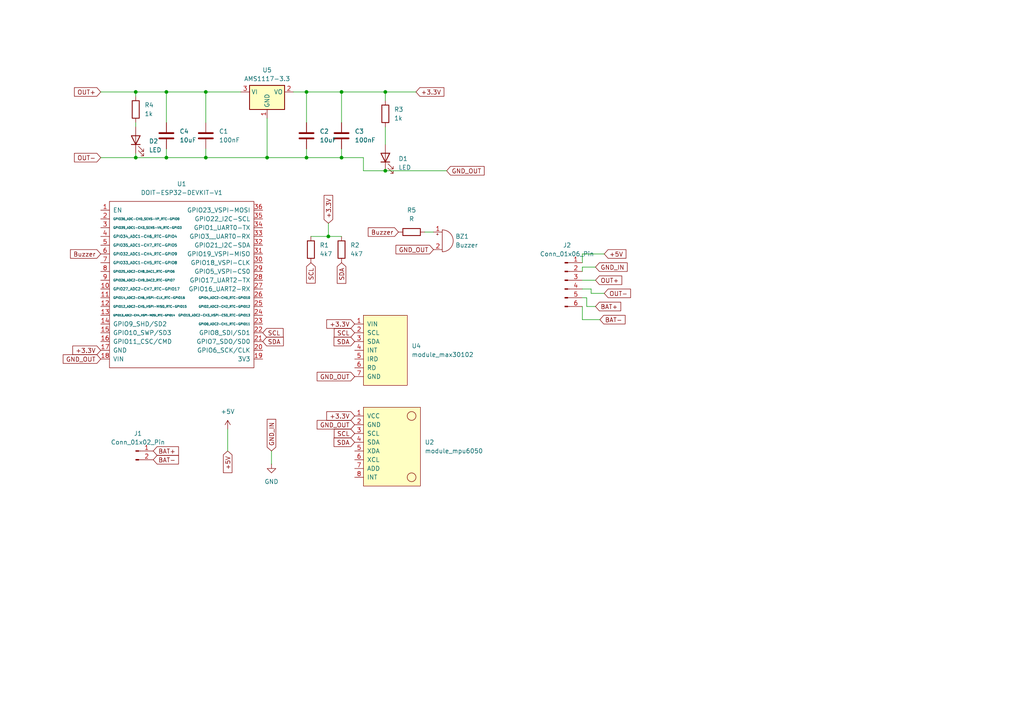
<source format=kicad_sch>
(kicad_sch
	(version 20231120)
	(generator "eeschema")
	(generator_version "8.0")
	(uuid "cbf462ef-6af1-41e7-9bbc-5743bb79b1e1")
	(paper "A4")
	(lib_symbols
		(symbol "Connector:Conn_01x02_Pin"
			(pin_names
				(offset 1.016) hide)
			(exclude_from_sim no)
			(in_bom yes)
			(on_board yes)
			(property "Reference" "J"
				(at 0 2.54 0)
				(effects
					(font
						(size 1.27 1.27)
					)
				)
			)
			(property "Value" "Conn_01x02_Pin"
				(at 0 -5.08 0)
				(effects
					(font
						(size 1.27 1.27)
					)
				)
			)
			(property "Footprint" ""
				(at 0 0 0)
				(effects
					(font
						(size 1.27 1.27)
					)
					(hide yes)
				)
			)
			(property "Datasheet" "~"
				(at 0 0 0)
				(effects
					(font
						(size 1.27 1.27)
					)
					(hide yes)
				)
			)
			(property "Description" "Generic connector, single row, 01x02, script generated"
				(at 0 0 0)
				(effects
					(font
						(size 1.27 1.27)
					)
					(hide yes)
				)
			)
			(property "ki_locked" ""
				(at 0 0 0)
				(effects
					(font
						(size 1.27 1.27)
					)
				)
			)
			(property "ki_keywords" "connector"
				(at 0 0 0)
				(effects
					(font
						(size 1.27 1.27)
					)
					(hide yes)
				)
			)
			(property "ki_fp_filters" "Connector*:*_1x??_*"
				(at 0 0 0)
				(effects
					(font
						(size 1.27 1.27)
					)
					(hide yes)
				)
			)
			(symbol "Conn_01x02_Pin_1_1"
				(polyline
					(pts
						(xy 1.27 -2.54) (xy 0.8636 -2.54)
					)
					(stroke
						(width 0.1524)
						(type default)
					)
					(fill
						(type none)
					)
				)
				(polyline
					(pts
						(xy 1.27 0) (xy 0.8636 0)
					)
					(stroke
						(width 0.1524)
						(type default)
					)
					(fill
						(type none)
					)
				)
				(rectangle
					(start 0.8636 -2.413)
					(end 0 -2.667)
					(stroke
						(width 0.1524)
						(type default)
					)
					(fill
						(type outline)
					)
				)
				(rectangle
					(start 0.8636 0.127)
					(end 0 -0.127)
					(stroke
						(width 0.1524)
						(type default)
					)
					(fill
						(type outline)
					)
				)
				(pin passive line
					(at 5.08 0 180)
					(length 3.81)
					(name "Pin_1"
						(effects
							(font
								(size 1.27 1.27)
							)
						)
					)
					(number "1"
						(effects
							(font
								(size 1.27 1.27)
							)
						)
					)
				)
				(pin passive line
					(at 5.08 -2.54 180)
					(length 3.81)
					(name "Pin_2"
						(effects
							(font
								(size 1.27 1.27)
							)
						)
					)
					(number "2"
						(effects
							(font
								(size 1.27 1.27)
							)
						)
					)
				)
			)
		)
		(symbol "Connector:Conn_01x06_Pin"
			(pin_names
				(offset 1.016) hide)
			(exclude_from_sim no)
			(in_bom yes)
			(on_board yes)
			(property "Reference" "J"
				(at 0 7.62 0)
				(effects
					(font
						(size 1.27 1.27)
					)
				)
			)
			(property "Value" "Conn_01x06_Pin"
				(at 0 -10.16 0)
				(effects
					(font
						(size 1.27 1.27)
					)
				)
			)
			(property "Footprint" ""
				(at 0 0 0)
				(effects
					(font
						(size 1.27 1.27)
					)
					(hide yes)
				)
			)
			(property "Datasheet" "~"
				(at 0 0 0)
				(effects
					(font
						(size 1.27 1.27)
					)
					(hide yes)
				)
			)
			(property "Description" "Generic connector, single row, 01x06, script generated"
				(at 0 0 0)
				(effects
					(font
						(size 1.27 1.27)
					)
					(hide yes)
				)
			)
			(property "ki_locked" ""
				(at 0 0 0)
				(effects
					(font
						(size 1.27 1.27)
					)
				)
			)
			(property "ki_keywords" "connector"
				(at 0 0 0)
				(effects
					(font
						(size 1.27 1.27)
					)
					(hide yes)
				)
			)
			(property "ki_fp_filters" "Connector*:*_1x??_*"
				(at 0 0 0)
				(effects
					(font
						(size 1.27 1.27)
					)
					(hide yes)
				)
			)
			(symbol "Conn_01x06_Pin_1_1"
				(polyline
					(pts
						(xy 1.27 -7.62) (xy 0.8636 -7.62)
					)
					(stroke
						(width 0.1524)
						(type default)
					)
					(fill
						(type none)
					)
				)
				(polyline
					(pts
						(xy 1.27 -5.08) (xy 0.8636 -5.08)
					)
					(stroke
						(width 0.1524)
						(type default)
					)
					(fill
						(type none)
					)
				)
				(polyline
					(pts
						(xy 1.27 -2.54) (xy 0.8636 -2.54)
					)
					(stroke
						(width 0.1524)
						(type default)
					)
					(fill
						(type none)
					)
				)
				(polyline
					(pts
						(xy 1.27 0) (xy 0.8636 0)
					)
					(stroke
						(width 0.1524)
						(type default)
					)
					(fill
						(type none)
					)
				)
				(polyline
					(pts
						(xy 1.27 2.54) (xy 0.8636 2.54)
					)
					(stroke
						(width 0.1524)
						(type default)
					)
					(fill
						(type none)
					)
				)
				(polyline
					(pts
						(xy 1.27 5.08) (xy 0.8636 5.08)
					)
					(stroke
						(width 0.1524)
						(type default)
					)
					(fill
						(type none)
					)
				)
				(rectangle
					(start 0.8636 -7.493)
					(end 0 -7.747)
					(stroke
						(width 0.1524)
						(type default)
					)
					(fill
						(type outline)
					)
				)
				(rectangle
					(start 0.8636 -4.953)
					(end 0 -5.207)
					(stroke
						(width 0.1524)
						(type default)
					)
					(fill
						(type outline)
					)
				)
				(rectangle
					(start 0.8636 -2.413)
					(end 0 -2.667)
					(stroke
						(width 0.1524)
						(type default)
					)
					(fill
						(type outline)
					)
				)
				(rectangle
					(start 0.8636 0.127)
					(end 0 -0.127)
					(stroke
						(width 0.1524)
						(type default)
					)
					(fill
						(type outline)
					)
				)
				(rectangle
					(start 0.8636 2.667)
					(end 0 2.413)
					(stroke
						(width 0.1524)
						(type default)
					)
					(fill
						(type outline)
					)
				)
				(rectangle
					(start 0.8636 5.207)
					(end 0 4.953)
					(stroke
						(width 0.1524)
						(type default)
					)
					(fill
						(type outline)
					)
				)
				(pin passive line
					(at 5.08 5.08 180)
					(length 3.81)
					(name "Pin_1"
						(effects
							(font
								(size 1.27 1.27)
							)
						)
					)
					(number "1"
						(effects
							(font
								(size 1.27 1.27)
							)
						)
					)
				)
				(pin passive line
					(at 5.08 2.54 180)
					(length 3.81)
					(name "Pin_2"
						(effects
							(font
								(size 1.27 1.27)
							)
						)
					)
					(number "2"
						(effects
							(font
								(size 1.27 1.27)
							)
						)
					)
				)
				(pin passive line
					(at 5.08 0 180)
					(length 3.81)
					(name "Pin_3"
						(effects
							(font
								(size 1.27 1.27)
							)
						)
					)
					(number "3"
						(effects
							(font
								(size 1.27 1.27)
							)
						)
					)
				)
				(pin passive line
					(at 5.08 -2.54 180)
					(length 3.81)
					(name "Pin_4"
						(effects
							(font
								(size 1.27 1.27)
							)
						)
					)
					(number "4"
						(effects
							(font
								(size 1.27 1.27)
							)
						)
					)
				)
				(pin passive line
					(at 5.08 -5.08 180)
					(length 3.81)
					(name "Pin_5"
						(effects
							(font
								(size 1.27 1.27)
							)
						)
					)
					(number "5"
						(effects
							(font
								(size 1.27 1.27)
							)
						)
					)
				)
				(pin passive line
					(at 5.08 -7.62 180)
					(length 3.81)
					(name "Pin_6"
						(effects
							(font
								(size 1.27 1.27)
							)
						)
					)
					(number "6"
						(effects
							(font
								(size 1.27 1.27)
							)
						)
					)
				)
			)
		)
		(symbol "Device:Buzzer"
			(pin_names
				(offset 0.0254) hide)
			(exclude_from_sim no)
			(in_bom yes)
			(on_board yes)
			(property "Reference" "BZ"
				(at 3.81 1.27 0)
				(effects
					(font
						(size 1.27 1.27)
					)
					(justify left)
				)
			)
			(property "Value" "Buzzer"
				(at 3.81 -1.27 0)
				(effects
					(font
						(size 1.27 1.27)
					)
					(justify left)
				)
			)
			(property "Footprint" ""
				(at -0.635 2.54 90)
				(effects
					(font
						(size 1.27 1.27)
					)
					(hide yes)
				)
			)
			(property "Datasheet" "~"
				(at -0.635 2.54 90)
				(effects
					(font
						(size 1.27 1.27)
					)
					(hide yes)
				)
			)
			(property "Description" "Buzzer, polarized"
				(at 0 0 0)
				(effects
					(font
						(size 1.27 1.27)
					)
					(hide yes)
				)
			)
			(property "ki_keywords" "quartz resonator ceramic"
				(at 0 0 0)
				(effects
					(font
						(size 1.27 1.27)
					)
					(hide yes)
				)
			)
			(property "ki_fp_filters" "*Buzzer*"
				(at 0 0 0)
				(effects
					(font
						(size 1.27 1.27)
					)
					(hide yes)
				)
			)
			(symbol "Buzzer_0_1"
				(arc
					(start 0 -3.175)
					(mid 3.1612 0)
					(end 0 3.175)
					(stroke
						(width 0)
						(type default)
					)
					(fill
						(type none)
					)
				)
				(polyline
					(pts
						(xy -1.651 1.905) (xy -1.143 1.905)
					)
					(stroke
						(width 0)
						(type default)
					)
					(fill
						(type none)
					)
				)
				(polyline
					(pts
						(xy -1.397 2.159) (xy -1.397 1.651)
					)
					(stroke
						(width 0)
						(type default)
					)
					(fill
						(type none)
					)
				)
				(polyline
					(pts
						(xy 0 3.175) (xy 0 -3.175)
					)
					(stroke
						(width 0)
						(type default)
					)
					(fill
						(type none)
					)
				)
			)
			(symbol "Buzzer_1_1"
				(pin passive line
					(at -2.54 2.54 0)
					(length 2.54)
					(name "+"
						(effects
							(font
								(size 1.27 1.27)
							)
						)
					)
					(number "1"
						(effects
							(font
								(size 1.27 1.27)
							)
						)
					)
				)
				(pin passive line
					(at -2.54 -2.54 0)
					(length 2.54)
					(name "-"
						(effects
							(font
								(size 1.27 1.27)
							)
						)
					)
					(number "2"
						(effects
							(font
								(size 1.27 1.27)
							)
						)
					)
				)
			)
		)
		(symbol "Device:C"
			(pin_numbers hide)
			(pin_names
				(offset 0.254)
			)
			(exclude_from_sim no)
			(in_bom yes)
			(on_board yes)
			(property "Reference" "C"
				(at 0.635 2.54 0)
				(effects
					(font
						(size 1.27 1.27)
					)
					(justify left)
				)
			)
			(property "Value" "C"
				(at 0.635 -2.54 0)
				(effects
					(font
						(size 1.27 1.27)
					)
					(justify left)
				)
			)
			(property "Footprint" ""
				(at 0.9652 -3.81 0)
				(effects
					(font
						(size 1.27 1.27)
					)
					(hide yes)
				)
			)
			(property "Datasheet" "~"
				(at 0 0 0)
				(effects
					(font
						(size 1.27 1.27)
					)
					(hide yes)
				)
			)
			(property "Description" "Unpolarized capacitor"
				(at 0 0 0)
				(effects
					(font
						(size 1.27 1.27)
					)
					(hide yes)
				)
			)
			(property "ki_keywords" "cap capacitor"
				(at 0 0 0)
				(effects
					(font
						(size 1.27 1.27)
					)
					(hide yes)
				)
			)
			(property "ki_fp_filters" "C_*"
				(at 0 0 0)
				(effects
					(font
						(size 1.27 1.27)
					)
					(hide yes)
				)
			)
			(symbol "C_0_1"
				(polyline
					(pts
						(xy -2.032 -0.762) (xy 2.032 -0.762)
					)
					(stroke
						(width 0.508)
						(type default)
					)
					(fill
						(type none)
					)
				)
				(polyline
					(pts
						(xy -2.032 0.762) (xy 2.032 0.762)
					)
					(stroke
						(width 0.508)
						(type default)
					)
					(fill
						(type none)
					)
				)
			)
			(symbol "C_1_1"
				(pin passive line
					(at 0 3.81 270)
					(length 2.794)
					(name "~"
						(effects
							(font
								(size 1.27 1.27)
							)
						)
					)
					(number "1"
						(effects
							(font
								(size 1.27 1.27)
							)
						)
					)
				)
				(pin passive line
					(at 0 -3.81 90)
					(length 2.794)
					(name "~"
						(effects
							(font
								(size 1.27 1.27)
							)
						)
					)
					(number "2"
						(effects
							(font
								(size 1.27 1.27)
							)
						)
					)
				)
			)
		)
		(symbol "Device:LED"
			(pin_numbers hide)
			(pin_names
				(offset 1.016) hide)
			(exclude_from_sim no)
			(in_bom yes)
			(on_board yes)
			(property "Reference" "D"
				(at 0 2.54 0)
				(effects
					(font
						(size 1.27 1.27)
					)
				)
			)
			(property "Value" "LED"
				(at 0 -2.54 0)
				(effects
					(font
						(size 1.27 1.27)
					)
				)
			)
			(property "Footprint" ""
				(at 0 0 0)
				(effects
					(font
						(size 1.27 1.27)
					)
					(hide yes)
				)
			)
			(property "Datasheet" "~"
				(at 0 0 0)
				(effects
					(font
						(size 1.27 1.27)
					)
					(hide yes)
				)
			)
			(property "Description" "Light emitting diode"
				(at 0 0 0)
				(effects
					(font
						(size 1.27 1.27)
					)
					(hide yes)
				)
			)
			(property "ki_keywords" "LED diode"
				(at 0 0 0)
				(effects
					(font
						(size 1.27 1.27)
					)
					(hide yes)
				)
			)
			(property "ki_fp_filters" "LED* LED_SMD:* LED_THT:*"
				(at 0 0 0)
				(effects
					(font
						(size 1.27 1.27)
					)
					(hide yes)
				)
			)
			(symbol "LED_0_1"
				(polyline
					(pts
						(xy -1.27 -1.27) (xy -1.27 1.27)
					)
					(stroke
						(width 0.254)
						(type default)
					)
					(fill
						(type none)
					)
				)
				(polyline
					(pts
						(xy -1.27 0) (xy 1.27 0)
					)
					(stroke
						(width 0)
						(type default)
					)
					(fill
						(type none)
					)
				)
				(polyline
					(pts
						(xy 1.27 -1.27) (xy 1.27 1.27) (xy -1.27 0) (xy 1.27 -1.27)
					)
					(stroke
						(width 0.254)
						(type default)
					)
					(fill
						(type none)
					)
				)
				(polyline
					(pts
						(xy -3.048 -0.762) (xy -4.572 -2.286) (xy -3.81 -2.286) (xy -4.572 -2.286) (xy -4.572 -1.524)
					)
					(stroke
						(width 0)
						(type default)
					)
					(fill
						(type none)
					)
				)
				(polyline
					(pts
						(xy -1.778 -0.762) (xy -3.302 -2.286) (xy -2.54 -2.286) (xy -3.302 -2.286) (xy -3.302 -1.524)
					)
					(stroke
						(width 0)
						(type default)
					)
					(fill
						(type none)
					)
				)
			)
			(symbol "LED_1_1"
				(pin passive line
					(at -3.81 0 0)
					(length 2.54)
					(name "K"
						(effects
							(font
								(size 1.27 1.27)
							)
						)
					)
					(number "1"
						(effects
							(font
								(size 1.27 1.27)
							)
						)
					)
				)
				(pin passive line
					(at 3.81 0 180)
					(length 2.54)
					(name "A"
						(effects
							(font
								(size 1.27 1.27)
							)
						)
					)
					(number "2"
						(effects
							(font
								(size 1.27 1.27)
							)
						)
					)
				)
			)
		)
		(symbol "Device:R"
			(pin_numbers hide)
			(pin_names
				(offset 0)
			)
			(exclude_from_sim no)
			(in_bom yes)
			(on_board yes)
			(property "Reference" "R"
				(at 2.032 0 90)
				(effects
					(font
						(size 1.27 1.27)
					)
				)
			)
			(property "Value" "R"
				(at 0 0 90)
				(effects
					(font
						(size 1.27 1.27)
					)
				)
			)
			(property "Footprint" ""
				(at -1.778 0 90)
				(effects
					(font
						(size 1.27 1.27)
					)
					(hide yes)
				)
			)
			(property "Datasheet" "~"
				(at 0 0 0)
				(effects
					(font
						(size 1.27 1.27)
					)
					(hide yes)
				)
			)
			(property "Description" "Resistor"
				(at 0 0 0)
				(effects
					(font
						(size 1.27 1.27)
					)
					(hide yes)
				)
			)
			(property "ki_keywords" "R res resistor"
				(at 0 0 0)
				(effects
					(font
						(size 1.27 1.27)
					)
					(hide yes)
				)
			)
			(property "ki_fp_filters" "R_*"
				(at 0 0 0)
				(effects
					(font
						(size 1.27 1.27)
					)
					(hide yes)
				)
			)
			(symbol "R_0_1"
				(rectangle
					(start -1.016 -2.54)
					(end 1.016 2.54)
					(stroke
						(width 0.254)
						(type default)
					)
					(fill
						(type none)
					)
				)
			)
			(symbol "R_1_1"
				(pin passive line
					(at 0 3.81 270)
					(length 1.27)
					(name "~"
						(effects
							(font
								(size 1.27 1.27)
							)
						)
					)
					(number "1"
						(effects
							(font
								(size 1.27 1.27)
							)
						)
					)
				)
				(pin passive line
					(at 0 -3.81 90)
					(length 1.27)
					(name "~"
						(effects
							(font
								(size 1.27 1.27)
							)
						)
					)
					(number "2"
						(effects
							(font
								(size 1.27 1.27)
							)
						)
					)
				)
			)
		)
		(symbol "Regulator_Linear:AMS1117-3.3"
			(exclude_from_sim no)
			(in_bom yes)
			(on_board yes)
			(property "Reference" "U"
				(at -3.81 3.175 0)
				(effects
					(font
						(size 1.27 1.27)
					)
				)
			)
			(property "Value" "AMS1117-3.3"
				(at 0 3.175 0)
				(effects
					(font
						(size 1.27 1.27)
					)
					(justify left)
				)
			)
			(property "Footprint" "Package_TO_SOT_SMD:SOT-223-3_TabPin2"
				(at 0 5.08 0)
				(effects
					(font
						(size 1.27 1.27)
					)
					(hide yes)
				)
			)
			(property "Datasheet" "http://www.advanced-monolithic.com/pdf/ds1117.pdf"
				(at 2.54 -6.35 0)
				(effects
					(font
						(size 1.27 1.27)
					)
					(hide yes)
				)
			)
			(property "Description" "1A Low Dropout regulator, positive, 3.3V fixed output, SOT-223"
				(at 0 0 0)
				(effects
					(font
						(size 1.27 1.27)
					)
					(hide yes)
				)
			)
			(property "ki_keywords" "linear regulator ldo fixed positive"
				(at 0 0 0)
				(effects
					(font
						(size 1.27 1.27)
					)
					(hide yes)
				)
			)
			(property "ki_fp_filters" "SOT?223*TabPin2*"
				(at 0 0 0)
				(effects
					(font
						(size 1.27 1.27)
					)
					(hide yes)
				)
			)
			(symbol "AMS1117-3.3_0_1"
				(rectangle
					(start -5.08 -5.08)
					(end 5.08 1.905)
					(stroke
						(width 0.254)
						(type default)
					)
					(fill
						(type background)
					)
				)
			)
			(symbol "AMS1117-3.3_1_1"
				(pin power_in line
					(at 0 -7.62 90)
					(length 2.54)
					(name "GND"
						(effects
							(font
								(size 1.27 1.27)
							)
						)
					)
					(number "1"
						(effects
							(font
								(size 1.27 1.27)
							)
						)
					)
				)
				(pin power_out line
					(at 7.62 0 180)
					(length 2.54)
					(name "VO"
						(effects
							(font
								(size 1.27 1.27)
							)
						)
					)
					(number "2"
						(effects
							(font
								(size 1.27 1.27)
							)
						)
					)
				)
				(pin power_in line
					(at -7.62 0 0)
					(length 2.54)
					(name "VI"
						(effects
							(font
								(size 1.27 1.27)
							)
						)
					)
					(number "3"
						(effects
							(font
								(size 1.27 1.27)
							)
						)
					)
				)
			)
		)
		(symbol "doit-esp32-devkit-v1:DOIT-ESP32-DEVKIT-V1"
			(pin_names
				(offset 1.016)
			)
			(exclude_from_sim no)
			(in_bom yes)
			(on_board yes)
			(property "Reference" "U"
				(at -1.27 11.43 0)
				(effects
					(font
						(size 1.27 1.27)
					)
				)
			)
			(property "Value" "DOIT-ESP32-DEVKIT-V1"
				(at 0 13.97 0)
				(effects
					(font
						(size 1.27 1.27)
					)
				)
			)
			(property "Footprint" ""
				(at -1.27 11.43 0)
				(effects
					(font
						(size 1.27 1.27)
					)
					(hide yes)
				)
			)
			(property "Datasheet" ""
				(at -1.27 11.43 0)
				(effects
					(font
						(size 1.27 1.27)
					)
					(hide yes)
				)
			)
			(property "Description" ""
				(at 0 0 0)
				(effects
					(font
						(size 1.27 1.27)
					)
					(hide yes)
				)
			)
			(symbol "DOIT-ESP32-DEVKIT-V1_0_1"
				(rectangle
					(start 20.32 10.16)
					(end -21.59 -38.1)
					(stroke
						(width 0)
						(type solid)
					)
					(fill
						(type none)
					)
				)
			)
			(symbol "DOIT-ESP32-DEVKIT-V1_1_1"
				(pin output line
					(at -24.13 7.62 0)
					(length 2.54)
					(name "EN"
						(effects
							(font
								(size 1.27 1.27)
							)
						)
					)
					(number "1"
						(effects
							(font
								(size 1.27 1.27)
							)
						)
					)
				)
				(pin bidirectional line
					(at -24.13 -15.24 0)
					(length 2.54)
					(name "GPIO27_ADC2-CH7_RTC-GPIO17"
						(effects
							(font
								(size 0.7874 0.7874)
							)
						)
					)
					(number "10"
						(effects
							(font
								(size 1.27 1.27)
							)
						)
					)
				)
				(pin bidirectional line
					(at -24.13 -17.78 0)
					(length 2.54)
					(name "GPIO14_ADC2-CH6_HSPI-CLK_RTC-GPIO16"
						(effects
							(font
								(size 0.635 0.635)
							)
						)
					)
					(number "11"
						(effects
							(font
								(size 1.27 1.27)
							)
						)
					)
				)
				(pin bidirectional line
					(at -24.13 -20.32 0)
					(length 2.54)
					(name "GPIO12_ADC2-CH5_HSPI-MISO_RTC-GPIO15"
						(effects
							(font
								(size 0.635 0.635)
							)
						)
					)
					(number "12"
						(effects
							(font
								(size 1.27 1.27)
							)
						)
					)
				)
				(pin bidirectional line
					(at -24.13 -22.86 0)
					(length 2.54)
					(name "GPIO13_ADC2-CH4_HSPI-MOSI_RTC-GPIO14"
						(effects
							(font
								(size 0.5334 0.5334)
							)
						)
					)
					(number "13"
						(effects
							(font
								(size 1.27 1.27)
							)
						)
					)
				)
				(pin unspecified line
					(at -24.13 -25.4 0)
					(length 2.54)
					(name "GPIO9_SHD/SD2"
						(effects
							(font
								(size 1.27 1.27)
							)
						)
					)
					(number "14"
						(effects
							(font
								(size 1.27 1.27)
							)
						)
					)
				)
				(pin unspecified line
					(at -24.13 -27.94 0)
					(length 2.54)
					(name "GPIO10_SWP/SD3"
						(effects
							(font
								(size 1.27 1.27)
							)
						)
					)
					(number "15"
						(effects
							(font
								(size 1.27 1.27)
							)
						)
					)
				)
				(pin unspecified line
					(at -24.13 -30.48 0)
					(length 2.54)
					(name "GPIO11_CSC/CMD"
						(effects
							(font
								(size 1.27 1.27)
							)
						)
					)
					(number "16"
						(effects
							(font
								(size 1.27 1.27)
							)
						)
					)
				)
				(pin bidirectional line
					(at -24.13 -33.02 0)
					(length 2.54)
					(name "GND"
						(effects
							(font
								(size 1.27 1.27)
							)
						)
					)
					(number "17"
						(effects
							(font
								(size 1.27 1.27)
							)
						)
					)
				)
				(pin bidirectional line
					(at -24.13 -35.56 0)
					(length 2.54)
					(name "VIN"
						(effects
							(font
								(size 1.27 1.27)
							)
						)
					)
					(number "18"
						(effects
							(font
								(size 1.27 1.27)
							)
						)
					)
				)
				(pin output line
					(at 22.86 -35.56 180)
					(length 2.54)
					(name "3V3"
						(effects
							(font
								(size 1.27 1.27)
							)
						)
					)
					(number "19"
						(effects
							(font
								(size 1.27 1.27)
							)
						)
					)
				)
				(pin bidirectional line
					(at -24.13 5.08 0)
					(length 2.54)
					(name "GPIO36_ADC-CH0_SENS-VP_RTC-GPIO0"
						(effects
							(font
								(size 0.635 0.635)
							)
						)
					)
					(number "2"
						(effects
							(font
								(size 1.27 1.27)
							)
						)
					)
				)
				(pin unspecified line
					(at 22.86 -33.02 180)
					(length 2.54)
					(name "GPIO6_SCK/CLK"
						(effects
							(font
								(size 1.27 1.27)
							)
						)
					)
					(number "20"
						(effects
							(font
								(size 1.27 1.27)
							)
						)
					)
				)
				(pin unspecified line
					(at 22.86 -30.48 180)
					(length 2.54)
					(name "GPIO7_SDO/SD0"
						(effects
							(font
								(size 1.27 1.27)
							)
						)
					)
					(number "21"
						(effects
							(font
								(size 1.27 1.27)
							)
						)
					)
				)
				(pin unspecified line
					(at 22.86 -27.94 180)
					(length 2.54)
					(name "GPIO8_SDI/SD1"
						(effects
							(font
								(size 1.27 1.27)
							)
						)
					)
					(number "22"
						(effects
							(font
								(size 1.27 1.27)
							)
						)
					)
				)
				(pin bidirectional line
					(at 22.86 -25.4 180)
					(length 2.54)
					(name "GPIO0_ADC2-CH1_RTC-GPIO11"
						(effects
							(font
								(size 0.635 0.635)
							)
						)
					)
					(number "23"
						(effects
							(font
								(size 1.27 1.27)
							)
						)
					)
				)
				(pin bidirectional line
					(at 22.86 -22.86 180)
					(length 2.54)
					(name "GPIO15_ADC2-CH3_HSPI-CS0_RTC-GPIO13"
						(effects
							(font
								(size 0.635 0.635)
							)
						)
					)
					(number "24"
						(effects
							(font
								(size 1.27 1.27)
							)
						)
					)
				)
				(pin bidirectional line
					(at 22.86 -20.32 180)
					(length 2.54)
					(name "GPIO2_ADC2-CH2_RTC-GPIO12"
						(effects
							(font
								(size 0.635 0.635)
							)
						)
					)
					(number "25"
						(effects
							(font
								(size 1.27 1.27)
							)
						)
					)
				)
				(pin bidirectional line
					(at 22.86 -17.78 180)
					(length 2.54)
					(name "GPIO4_ADC2-CH0_RTC-GPIO10"
						(effects
							(font
								(size 0.635 0.635)
							)
						)
					)
					(number "26"
						(effects
							(font
								(size 1.27 1.27)
							)
						)
					)
				)
				(pin bidirectional line
					(at 22.86 -15.24 180)
					(length 2.54)
					(name "GPIO16_UART2-RX"
						(effects
							(font
								(size 1.27 1.27)
							)
						)
					)
					(number "27"
						(effects
							(font
								(size 1.27 1.27)
							)
						)
					)
				)
				(pin bidirectional line
					(at 22.86 -12.7 180)
					(length 2.54)
					(name "GPIO17_UART2-TX"
						(effects
							(font
								(size 1.27 1.27)
							)
						)
					)
					(number "28"
						(effects
							(font
								(size 1.27 1.27)
							)
						)
					)
				)
				(pin bidirectional line
					(at 22.86 -10.16 180)
					(length 2.54)
					(name "GPIO5_VSPI-CS0"
						(effects
							(font
								(size 1.27 1.27)
							)
						)
					)
					(number "29"
						(effects
							(font
								(size 1.27 1.27)
							)
						)
					)
				)
				(pin bidirectional line
					(at -24.13 2.54 0)
					(length 2.54)
					(name "GPIO39_ADC1-CH3_SENS-VN_RTC-GPIO3"
						(effects
							(font
								(size 0.635 0.635)
							)
						)
					)
					(number "3"
						(effects
							(font
								(size 1.27 1.27)
							)
						)
					)
				)
				(pin bidirectional line
					(at 22.86 -7.62 180)
					(length 2.54)
					(name "GPIO18_VSPI-CLK"
						(effects
							(font
								(size 1.27 1.27)
							)
						)
					)
					(number "30"
						(effects
							(font
								(size 1.27 1.27)
							)
						)
					)
				)
				(pin bidirectional line
					(at 22.86 -5.08 180)
					(length 2.54)
					(name "GPIO19_VSPI-MISO"
						(effects
							(font
								(size 1.27 1.27)
							)
						)
					)
					(number "31"
						(effects
							(font
								(size 1.27 1.27)
							)
						)
					)
				)
				(pin bidirectional line
					(at 22.86 -2.54 180)
					(length 2.54)
					(name "GPIO21_I2C-SDA"
						(effects
							(font
								(size 1.27 1.27)
							)
						)
					)
					(number "32"
						(effects
							(font
								(size 1.27 1.27)
							)
						)
					)
				)
				(pin bidirectional line
					(at 22.86 0 180)
					(length 2.54)
					(name "GPIO3__UART0-RX"
						(effects
							(font
								(size 1.27 1.27)
							)
						)
					)
					(number "33"
						(effects
							(font
								(size 1.27 1.27)
							)
						)
					)
				)
				(pin bidirectional line
					(at 22.86 2.54 180)
					(length 2.54)
					(name "GPIO1_UART0-TX"
						(effects
							(font
								(size 1.27 1.27)
							)
						)
					)
					(number "34"
						(effects
							(font
								(size 1.27 1.27)
							)
						)
					)
				)
				(pin bidirectional line
					(at 22.86 5.08 180)
					(length 2.54)
					(name "GPIO22_I2C-SCL"
						(effects
							(font
								(size 1.27 1.27)
							)
						)
					)
					(number "35"
						(effects
							(font
								(size 1.27 1.27)
							)
						)
					)
				)
				(pin bidirectional line
					(at 22.86 7.62 180)
					(length 2.54)
					(name "GPIO23_VSPI-MOSI"
						(effects
							(font
								(size 1.27 1.27)
							)
						)
					)
					(number "36"
						(effects
							(font
								(size 1.27 1.27)
							)
						)
					)
				)
				(pin bidirectional line
					(at -24.13 0 0)
					(length 2.54)
					(name "GPIO34_ADC1-CH6_RTC-GPIO4"
						(effects
							(font
								(size 0.7874 0.7874)
							)
						)
					)
					(number "4"
						(effects
							(font
								(size 1.27 1.27)
							)
						)
					)
				)
				(pin bidirectional line
					(at -24.13 -2.54 0)
					(length 2.54)
					(name "GPIO35_ADC1-CH7_RTC-GPIO5"
						(effects
							(font
								(size 0.7874 0.7874)
							)
						)
					)
					(number "5"
						(effects
							(font
								(size 1.27 1.27)
							)
						)
					)
				)
				(pin bidirectional line
					(at -24.13 -5.08 0)
					(length 2.54)
					(name "GPIO32_ADC1-CH4_RTC-GPIO9"
						(effects
							(font
								(size 0.7874 0.7874)
							)
						)
					)
					(number "6"
						(effects
							(font
								(size 1.27 1.27)
							)
						)
					)
				)
				(pin bidirectional line
					(at -24.13 -7.62 0)
					(length 2.54)
					(name "GPIO33_ADC1-CH5_RTC-GPIO8"
						(effects
							(font
								(size 0.7874 0.7874)
							)
						)
					)
					(number "7"
						(effects
							(font
								(size 1.27 1.27)
							)
						)
					)
				)
				(pin bidirectional line
					(at -24.13 -10.16 0)
					(length 2.54)
					(name "GPIO25_ADC2-CH8_DAC1_RTC-GPIO6"
						(effects
							(font
								(size 0.635 0.635)
							)
						)
					)
					(number "8"
						(effects
							(font
								(size 1.27 1.27)
							)
						)
					)
				)
				(pin bidirectional line
					(at -24.13 -12.7 0)
					(length 2.54)
					(name "GPIO26_ADC2-CH9_DAC2_RTC-GPIO7"
						(effects
							(font
								(size 0.635 0.635)
							)
						)
					)
					(number "9"
						(effects
							(font
								(size 1.27 1.27)
							)
						)
					)
				)
			)
		)
		(symbol "power:+3.3V"
			(power)
			(pin_numbers hide)
			(pin_names
				(offset 0) hide)
			(exclude_from_sim no)
			(in_bom yes)
			(on_board yes)
			(property "Reference" "#PWR"
				(at 0 -3.81 0)
				(effects
					(font
						(size 1.27 1.27)
					)
					(hide yes)
				)
			)
			(property "Value" "+3.3V"
				(at 0 3.556 0)
				(effects
					(font
						(size 1.27 1.27)
					)
				)
			)
			(property "Footprint" ""
				(at 0 0 0)
				(effects
					(font
						(size 1.27 1.27)
					)
					(hide yes)
				)
			)
			(property "Datasheet" ""
				(at 0 0 0)
				(effects
					(font
						(size 1.27 1.27)
					)
					(hide yes)
				)
			)
			(property "Description" "Power symbol creates a global label with name \"+3.3V\""
				(at 0 0 0)
				(effects
					(font
						(size 1.27 1.27)
					)
					(hide yes)
				)
			)
			(property "ki_keywords" "global power"
				(at 0 0 0)
				(effects
					(font
						(size 1.27 1.27)
					)
					(hide yes)
				)
			)
			(symbol "+3.3V_0_1"
				(polyline
					(pts
						(xy -0.762 1.27) (xy 0 2.54)
					)
					(stroke
						(width 0)
						(type default)
					)
					(fill
						(type none)
					)
				)
				(polyline
					(pts
						(xy 0 0) (xy 0 2.54)
					)
					(stroke
						(width 0)
						(type default)
					)
					(fill
						(type none)
					)
				)
				(polyline
					(pts
						(xy 0 2.54) (xy 0.762 1.27)
					)
					(stroke
						(width 0)
						(type default)
					)
					(fill
						(type none)
					)
				)
			)
			(symbol "+3.3V_1_1"
				(pin power_in line
					(at 0 0 90)
					(length 0)
					(name "~"
						(effects
							(font
								(size 1.27 1.27)
							)
						)
					)
					(number "1"
						(effects
							(font
								(size 1.27 1.27)
							)
						)
					)
				)
			)
		)
		(symbol "power:GND"
			(power)
			(pin_numbers hide)
			(pin_names
				(offset 0) hide)
			(exclude_from_sim no)
			(in_bom yes)
			(on_board yes)
			(property "Reference" "#PWR"
				(at 0 -6.35 0)
				(effects
					(font
						(size 1.27 1.27)
					)
					(hide yes)
				)
			)
			(property "Value" "GND"
				(at 0 -3.81 0)
				(effects
					(font
						(size 1.27 1.27)
					)
				)
			)
			(property "Footprint" ""
				(at 0 0 0)
				(effects
					(font
						(size 1.27 1.27)
					)
					(hide yes)
				)
			)
			(property "Datasheet" ""
				(at 0 0 0)
				(effects
					(font
						(size 1.27 1.27)
					)
					(hide yes)
				)
			)
			(property "Description" "Power symbol creates a global label with name \"GND\" , ground"
				(at 0 0 0)
				(effects
					(font
						(size 1.27 1.27)
					)
					(hide yes)
				)
			)
			(property "ki_keywords" "global power"
				(at 0 0 0)
				(effects
					(font
						(size 1.27 1.27)
					)
					(hide yes)
				)
			)
			(symbol "GND_0_1"
				(polyline
					(pts
						(xy 0 0) (xy 0 -1.27) (xy 1.27 -1.27) (xy 0 -2.54) (xy -1.27 -1.27) (xy 0 -1.27)
					)
					(stroke
						(width 0)
						(type default)
					)
					(fill
						(type none)
					)
				)
			)
			(symbol "GND_1_1"
				(pin power_in line
					(at 0 0 270)
					(length 0)
					(name "~"
						(effects
							(font
								(size 1.27 1.27)
							)
						)
					)
					(number "1"
						(effects
							(font
								(size 1.27 1.27)
							)
						)
					)
				)
			)
		)
		(symbol "usini_sensors:module_max30102"
			(pin_names
				(offset 1.016)
			)
			(exclude_from_sim no)
			(in_bom yes)
			(on_board yes)
			(property "Reference" "U"
				(at 2.54 12.7 0)
				(effects
					(font
						(size 1.27 1.27)
					)
				)
			)
			(property "Value" "module_max30102"
				(at 10.16 -10.16 0)
				(effects
					(font
						(size 1.27 1.27)
					)
				)
			)
			(property "Footprint" "usini_sensors:module_max30102"
				(at 11.43 -12.7 0)
				(effects
					(font
						(size 1.27 1.27)
					)
					(hide yes)
				)
			)
			(property "Datasheet" ""
				(at 0 0 0)
				(effects
					(font
						(size 1.27 1.27)
					)
					(hide yes)
				)
			)
			(property "Description" ""
				(at 0 0 0)
				(effects
					(font
						(size 1.27 1.27)
					)
					(hide yes)
				)
			)
			(symbol "module_max30102_0_1"
				(rectangle
					(start 2.54 11.43)
					(end 15.24 -8.89)
					(stroke
						(width 0)
						(type solid)
					)
					(fill
						(type background)
					)
				)
			)
			(symbol "module_max30102_1_1"
				(pin input line
					(at 0 8.89 0)
					(length 2.54)
					(name "VIN"
						(effects
							(font
								(size 1.27 1.27)
							)
						)
					)
					(number "1"
						(effects
							(font
								(size 1.27 1.27)
							)
						)
					)
				)
				(pin input line
					(at 0 6.35 0)
					(length 2.54)
					(name "SCL"
						(effects
							(font
								(size 1.27 1.27)
							)
						)
					)
					(number "2"
						(effects
							(font
								(size 1.27 1.27)
							)
						)
					)
				)
				(pin input line
					(at 0 3.81 0)
					(length 2.54)
					(name "SDA"
						(effects
							(font
								(size 1.27 1.27)
							)
						)
					)
					(number "3"
						(effects
							(font
								(size 1.27 1.27)
							)
						)
					)
				)
				(pin input line
					(at 0 1.27 0)
					(length 2.54)
					(name "INT"
						(effects
							(font
								(size 1.27 1.27)
							)
						)
					)
					(number "4"
						(effects
							(font
								(size 1.27 1.27)
							)
						)
					)
				)
				(pin input line
					(at 0 -1.27 0)
					(length 2.54)
					(name "IRD"
						(effects
							(font
								(size 1.27 1.27)
							)
						)
					)
					(number "5"
						(effects
							(font
								(size 1.27 1.27)
							)
						)
					)
				)
				(pin input line
					(at 0 -3.81 0)
					(length 2.54)
					(name "RD"
						(effects
							(font
								(size 1.27 1.27)
							)
						)
					)
					(number "6"
						(effects
							(font
								(size 1.27 1.27)
							)
						)
					)
				)
				(pin input line
					(at 0 -6.35 0)
					(length 2.54)
					(name "GND"
						(effects
							(font
								(size 1.27 1.27)
							)
						)
					)
					(number "7"
						(effects
							(font
								(size 1.27 1.27)
							)
						)
					)
				)
			)
		)
		(symbol "usini_sensors:module_mpu6050"
			(pin_names
				(offset 1.016)
			)
			(exclude_from_sim no)
			(in_bom yes)
			(on_board yes)
			(property "Reference" "U"
				(at 2.54 21.59 0)
				(effects
					(font
						(size 1.27 1.27)
					)
				)
			)
			(property "Value" "module_mpu6050"
				(at 11.43 -3.81 0)
				(effects
					(font
						(size 1.27 1.27)
					)
				)
			)
			(property "Footprint" "usini_sensors:module_mpu6050"
				(at 11.43 -6.35 0)
				(effects
					(font
						(size 1.27 1.27)
					)
					(hide yes)
				)
			)
			(property "Datasheet" ""
				(at 0 6.35 0)
				(effects
					(font
						(size 1.27 1.27)
					)
					(hide yes)
				)
			)
			(property "Description" ""
				(at 0 0 0)
				(effects
					(font
						(size 1.27 1.27)
					)
					(hide yes)
				)
			)
			(symbol "module_mpu6050_0_1"
				(rectangle
					(start 2.54 20.32)
					(end 19.05 -2.54)
					(stroke
						(width 0)
						(type solid)
					)
					(fill
						(type background)
					)
				)
				(circle
					(center 16.51 0)
					(radius 1.27)
					(stroke
						(width 0)
						(type solid)
					)
					(fill
						(type none)
					)
				)
				(circle
					(center 16.51 17.78)
					(radius 1.27)
					(stroke
						(width 0)
						(type solid)
					)
					(fill
						(type none)
					)
				)
			)
			(symbol "module_mpu6050_1_1"
				(pin input line
					(at 0 17.78 0)
					(length 2.54)
					(name "VCC"
						(effects
							(font
								(size 1.27 1.27)
							)
						)
					)
					(number "1"
						(effects
							(font
								(size 1.27 1.27)
							)
						)
					)
				)
				(pin input line
					(at 0 15.24 0)
					(length 2.54)
					(name "GND"
						(effects
							(font
								(size 1.27 1.27)
							)
						)
					)
					(number "2"
						(effects
							(font
								(size 1.27 1.27)
							)
						)
					)
				)
				(pin input line
					(at 0 12.7 0)
					(length 2.54)
					(name "SCL"
						(effects
							(font
								(size 1.27 1.27)
							)
						)
					)
					(number "3"
						(effects
							(font
								(size 1.27 1.27)
							)
						)
					)
				)
				(pin input line
					(at 0 10.16 0)
					(length 2.54)
					(name "SDA"
						(effects
							(font
								(size 1.27 1.27)
							)
						)
					)
					(number "4"
						(effects
							(font
								(size 1.27 1.27)
							)
						)
					)
				)
				(pin input line
					(at 0 7.62 0)
					(length 2.54)
					(name "XDA"
						(effects
							(font
								(size 1.27 1.27)
							)
						)
					)
					(number "5"
						(effects
							(font
								(size 1.27 1.27)
							)
						)
					)
				)
				(pin input line
					(at 0 5.08 0)
					(length 2.54)
					(name "XCL"
						(effects
							(font
								(size 1.27 1.27)
							)
						)
					)
					(number "6"
						(effects
							(font
								(size 1.27 1.27)
							)
						)
					)
				)
				(pin input line
					(at 0 2.54 0)
					(length 2.54)
					(name "ADD"
						(effects
							(font
								(size 1.27 1.27)
							)
						)
					)
					(number "7"
						(effects
							(font
								(size 1.27 1.27)
							)
						)
					)
				)
				(pin input line
					(at 0 0 0)
					(length 2.54)
					(name "INT"
						(effects
							(font
								(size 1.27 1.27)
							)
						)
					)
					(number "8"
						(effects
							(font
								(size 1.27 1.27)
							)
						)
					)
				)
			)
		)
	)
	(junction
		(at 59.69 45.72)
		(diameter 0)
		(color 0 0 0 0)
		(uuid "1a2af5a2-b763-4ae7-a1e2-e05fec6f9efe")
	)
	(junction
		(at 77.47 45.72)
		(diameter 0)
		(color 0 0 0 0)
		(uuid "473a5048-0426-4291-958f-4ddc5c6077d3")
	)
	(junction
		(at 39.37 26.67)
		(diameter 0)
		(color 0 0 0 0)
		(uuid "57d1cc82-6948-4b6b-bd89-e33aae49b6bf")
	)
	(junction
		(at 111.76 49.53)
		(diameter 0)
		(color 0 0 0 0)
		(uuid "729e4348-2078-40ef-a2b9-dd8f6e02e2e3")
	)
	(junction
		(at 39.37 45.72)
		(diameter 0)
		(color 0 0 0 0)
		(uuid "7bd9e19c-6b50-4174-9d13-dd317b8eabd7")
	)
	(junction
		(at 88.9 45.72)
		(diameter 0)
		(color 0 0 0 0)
		(uuid "8ec9e72d-ae68-44b8-a699-b93e812864ac")
	)
	(junction
		(at 95.25 68.58)
		(diameter 0)
		(color 0 0 0 0)
		(uuid "90f4ffa3-0d5a-431a-aa23-9f9864db09d8")
	)
	(junction
		(at 99.06 45.72)
		(diameter 0)
		(color 0 0 0 0)
		(uuid "983ab609-e7f4-44ac-8012-d2b00f0c43ef")
	)
	(junction
		(at 88.9 26.67)
		(diameter 0)
		(color 0 0 0 0)
		(uuid "9eb0dfec-cdd4-4d82-8308-6da6cfd8c8f9")
	)
	(junction
		(at 48.26 45.72)
		(diameter 0)
		(color 0 0 0 0)
		(uuid "bbc4746b-66a9-4d9f-a338-7c07cdcd758a")
	)
	(junction
		(at 48.26 26.67)
		(diameter 0)
		(color 0 0 0 0)
		(uuid "ca852dcc-3266-4002-8f82-234339d525d5")
	)
	(junction
		(at 99.06 26.67)
		(diameter 0)
		(color 0 0 0 0)
		(uuid "def64c75-935e-4a6d-944b-cbde1214345d")
	)
	(junction
		(at 59.69 26.67)
		(diameter 0)
		(color 0 0 0 0)
		(uuid "e86b6da3-f85d-4d79-b1a3-34d9ee63a974")
	)
	(junction
		(at 111.76 26.67)
		(diameter 0)
		(color 0 0 0 0)
		(uuid "f0860b0c-c515-4d6d-87a3-471b17b65566")
	)
	(wire
		(pts
			(xy 59.69 26.67) (xy 59.69 35.56)
		)
		(stroke
			(width 0)
			(type default)
		)
		(uuid "0b40cb92-665a-4c2b-b8fd-1cda8ca31639")
	)
	(wire
		(pts
			(xy 170.18 86.36) (xy 168.91 86.36)
		)
		(stroke
			(width 0)
			(type default)
		)
		(uuid "0b424042-a9d7-4dce-af95-679e2031d82b")
	)
	(wire
		(pts
			(xy 111.76 36.83) (xy 111.76 41.91)
		)
		(stroke
			(width 0)
			(type default)
		)
		(uuid "0f5b601a-709a-49c8-a6a3-ac1e053e4325")
	)
	(wire
		(pts
			(xy 175.26 73.66) (xy 168.91 73.66)
		)
		(stroke
			(width 0)
			(type default)
		)
		(uuid "16c93c06-7ede-4fa7-b514-0d0e5ce34942")
	)
	(wire
		(pts
			(xy 171.45 85.09) (xy 171.45 83.82)
		)
		(stroke
			(width 0)
			(type default)
		)
		(uuid "1daa7855-9f33-4d44-ae42-2f1bf70a9710")
	)
	(wire
		(pts
			(xy 105.41 49.53) (xy 111.76 49.53)
		)
		(stroke
			(width 0)
			(type default)
		)
		(uuid "1e2459bb-31fc-438d-b1e2-ab57b78f9708")
	)
	(wire
		(pts
			(xy 39.37 45.72) (xy 48.26 45.72)
		)
		(stroke
			(width 0)
			(type default)
		)
		(uuid "20b81105-5df3-4426-88cd-b596f9eb7d38")
	)
	(wire
		(pts
			(xy 90.17 68.58) (xy 95.25 68.58)
		)
		(stroke
			(width 0)
			(type default)
		)
		(uuid "2ed04094-0884-4e5c-8d58-80c856c2bc4a")
	)
	(wire
		(pts
			(xy 78.74 134.62) (xy 78.74 130.81)
		)
		(stroke
			(width 0)
			(type default)
		)
		(uuid "2f177b8e-ae03-41e8-91ee-08c1b79a3d72")
	)
	(wire
		(pts
			(xy 99.06 45.72) (xy 105.41 45.72)
		)
		(stroke
			(width 0)
			(type default)
		)
		(uuid "399114aa-e829-4d69-8d00-8df3332585fe")
	)
	(wire
		(pts
			(xy 48.26 26.67) (xy 48.26 35.56)
		)
		(stroke
			(width 0)
			(type default)
		)
		(uuid "3ba2ef3e-2d90-40cd-a43e-b23a091b97ed")
	)
	(wire
		(pts
			(xy 99.06 26.67) (xy 88.9 26.67)
		)
		(stroke
			(width 0)
			(type default)
		)
		(uuid "40dc47b7-fd6f-4180-a1f1-7cf21fb27e7b")
	)
	(wire
		(pts
			(xy 111.76 49.53) (xy 129.54 49.53)
		)
		(stroke
			(width 0)
			(type default)
		)
		(uuid "4484fd9c-ffa7-478e-ad95-68aad3edc170")
	)
	(wire
		(pts
			(xy 39.37 27.94) (xy 39.37 26.67)
		)
		(stroke
			(width 0)
			(type default)
		)
		(uuid "489086bd-4dce-49fd-842f-1843fa8188c2")
	)
	(wire
		(pts
			(xy 111.76 26.67) (xy 99.06 26.67)
		)
		(stroke
			(width 0)
			(type default)
		)
		(uuid "4d6d40b5-a664-4094-b196-401dd7b37ca9")
	)
	(wire
		(pts
			(xy 29.21 45.72) (xy 39.37 45.72)
		)
		(stroke
			(width 0)
			(type default)
		)
		(uuid "50220a0c-87cb-4d91-8380-42b9acf8a786")
	)
	(wire
		(pts
			(xy 77.47 45.72) (xy 88.9 45.72)
		)
		(stroke
			(width 0)
			(type default)
		)
		(uuid "51dfd332-4fef-49a5-8c1b-4e3489a98eb9")
	)
	(wire
		(pts
			(xy 39.37 26.67) (xy 48.26 26.67)
		)
		(stroke
			(width 0)
			(type default)
		)
		(uuid "52e04c13-30d5-4c54-b046-daaf3dc0910f")
	)
	(wire
		(pts
			(xy 168.91 77.47) (xy 168.91 78.74)
		)
		(stroke
			(width 0)
			(type default)
		)
		(uuid "546e4884-266f-4145-a91c-57b1e8a7e078")
	)
	(wire
		(pts
			(xy 173.99 92.71) (xy 168.91 92.71)
		)
		(stroke
			(width 0)
			(type default)
		)
		(uuid "573f22ec-fc79-4475-a789-050c6f801bee")
	)
	(wire
		(pts
			(xy 168.91 73.66) (xy 168.91 76.2)
		)
		(stroke
			(width 0)
			(type default)
		)
		(uuid "5c9c3dce-e5f1-49c4-b233-7e61be7c5bcf")
	)
	(wire
		(pts
			(xy 175.26 85.09) (xy 171.45 85.09)
		)
		(stroke
			(width 0)
			(type default)
		)
		(uuid "5ea1026f-89b7-4ae5-8953-78465e541bae")
	)
	(wire
		(pts
			(xy 170.18 88.9) (xy 170.18 86.36)
		)
		(stroke
			(width 0)
			(type default)
		)
		(uuid "5f426f58-2ab8-424f-8648-974628cd18ac")
	)
	(wire
		(pts
			(xy 39.37 36.83) (xy 39.37 35.56)
		)
		(stroke
			(width 0)
			(type default)
		)
		(uuid "66d09248-988e-4237-ab6a-9f0dd9b43482")
	)
	(wire
		(pts
			(xy 29.21 26.67) (xy 39.37 26.67)
		)
		(stroke
			(width 0)
			(type default)
		)
		(uuid "6b6921de-45c2-4be4-8f45-4716c555d43d")
	)
	(wire
		(pts
			(xy 48.26 26.67) (xy 59.69 26.67)
		)
		(stroke
			(width 0)
			(type default)
		)
		(uuid "753c4e74-f8d9-4e6d-b5ee-749b0d7c08a4")
	)
	(wire
		(pts
			(xy 172.72 81.28) (xy 168.91 81.28)
		)
		(stroke
			(width 0)
			(type default)
		)
		(uuid "82af5563-9c31-4f0e-84cb-72e2e9665f9e")
	)
	(wire
		(pts
			(xy 172.72 77.47) (xy 168.91 77.47)
		)
		(stroke
			(width 0)
			(type default)
		)
		(uuid "88849f11-9b1b-4912-b446-d899ca9f5473")
	)
	(wire
		(pts
			(xy 48.26 43.18) (xy 48.26 45.72)
		)
		(stroke
			(width 0)
			(type default)
		)
		(uuid "976a093e-b911-41f3-b7af-b4e9f7d7211c")
	)
	(wire
		(pts
			(xy 59.69 26.67) (xy 69.85 26.67)
		)
		(stroke
			(width 0)
			(type default)
		)
		(uuid "98180495-8e2f-46c1-b00d-e57aa6b3f848")
	)
	(wire
		(pts
			(xy 120.65 26.67) (xy 111.76 26.67)
		)
		(stroke
			(width 0)
			(type default)
		)
		(uuid "9ff1f6b4-d97f-48ac-9f32-3ecd42fe69f1")
	)
	(wire
		(pts
			(xy 111.76 26.67) (xy 111.76 29.21)
		)
		(stroke
			(width 0)
			(type default)
		)
		(uuid "a07f189f-ec0d-42f4-8b8e-dfcaac812cbf")
	)
	(wire
		(pts
			(xy 95.25 68.58) (xy 99.06 68.58)
		)
		(stroke
			(width 0)
			(type default)
		)
		(uuid "a1abe626-6a08-463c-bf63-2a494744004b")
	)
	(wire
		(pts
			(xy 123.19 67.31) (xy 125.73 67.31)
		)
		(stroke
			(width 0)
			(type default)
		)
		(uuid "aa186b2b-0f0f-425e-b77d-f001c93632f9")
	)
	(wire
		(pts
			(xy 95.25 68.58) (xy 95.25 64.77)
		)
		(stroke
			(width 0)
			(type default)
		)
		(uuid "aabcedaf-2f0d-4e80-8933-fcc1345ade77")
	)
	(wire
		(pts
			(xy 39.37 44.45) (xy 39.37 45.72)
		)
		(stroke
			(width 0)
			(type default)
		)
		(uuid "abe25430-587c-4062-85d6-f20a0c5aeaa2")
	)
	(wire
		(pts
			(xy 99.06 26.67) (xy 99.06 35.56)
		)
		(stroke
			(width 0)
			(type default)
		)
		(uuid "ac0f38ae-774f-4c08-b66a-65606fea132e")
	)
	(wire
		(pts
			(xy 168.91 92.71) (xy 168.91 88.9)
		)
		(stroke
			(width 0)
			(type default)
		)
		(uuid "b3ddc17a-2076-4835-8b24-7834a7fbf555")
	)
	(wire
		(pts
			(xy 66.04 130.81) (xy 66.04 124.46)
		)
		(stroke
			(width 0)
			(type default)
		)
		(uuid "c19e2117-cd53-48e3-b3c4-a58eafe4ffac")
	)
	(wire
		(pts
			(xy 77.47 34.29) (xy 77.47 45.72)
		)
		(stroke
			(width 0)
			(type default)
		)
		(uuid "c4201f59-4d6e-4538-aa81-1d2ed522cc4f")
	)
	(wire
		(pts
			(xy 88.9 26.67) (xy 88.9 35.56)
		)
		(stroke
			(width 0)
			(type default)
		)
		(uuid "c52d8e96-b9e1-4846-a692-109473f90ede")
	)
	(wire
		(pts
			(xy 88.9 45.72) (xy 99.06 45.72)
		)
		(stroke
			(width 0)
			(type default)
		)
		(uuid "d1dc874e-9733-45d6-9e2a-b229638a6f8f")
	)
	(wire
		(pts
			(xy 59.69 43.18) (xy 59.69 45.72)
		)
		(stroke
			(width 0)
			(type default)
		)
		(uuid "d2f3ffa3-e4b6-458d-ad9c-66470e407bb9")
	)
	(wire
		(pts
			(xy 88.9 26.67) (xy 85.09 26.67)
		)
		(stroke
			(width 0)
			(type default)
		)
		(uuid "dbf322fc-6191-457b-bf75-47095319c74f")
	)
	(wire
		(pts
			(xy 171.45 83.82) (xy 168.91 83.82)
		)
		(stroke
			(width 0)
			(type default)
		)
		(uuid "e4316200-ad8d-405a-b683-63de9d5dae98")
	)
	(wire
		(pts
			(xy 48.26 45.72) (xy 59.69 45.72)
		)
		(stroke
			(width 0)
			(type default)
		)
		(uuid "e91f4cec-f57c-4936-ba58-a2cd76a9da11")
	)
	(wire
		(pts
			(xy 88.9 43.18) (xy 88.9 45.72)
		)
		(stroke
			(width 0)
			(type default)
		)
		(uuid "ed86604f-2db2-4029-af97-06a543ebd500")
	)
	(wire
		(pts
			(xy 99.06 43.18) (xy 99.06 45.72)
		)
		(stroke
			(width 0)
			(type default)
		)
		(uuid "f4a02975-93a4-4c99-a5cf-67077ffe8397")
	)
	(wire
		(pts
			(xy 105.41 45.72) (xy 105.41 49.53)
		)
		(stroke
			(width 0)
			(type default)
		)
		(uuid "f8c47bee-b4bb-49a1-b9b3-ff19745ed2b4")
	)
	(wire
		(pts
			(xy 59.69 45.72) (xy 77.47 45.72)
		)
		(stroke
			(width 0)
			(type default)
		)
		(uuid "fa8227f7-490d-48e8-8fd5-96df4af22728")
	)
	(wire
		(pts
			(xy 172.72 88.9) (xy 170.18 88.9)
		)
		(stroke
			(width 0)
			(type default)
		)
		(uuid "fb991b64-7717-4926-8906-d54a2c721830")
	)
	(global_label "Buzzer"
		(shape input)
		(at 29.21 73.66 180)
		(fields_autoplaced yes)
		(effects
			(font
				(size 1.27 1.27)
			)
			(justify right)
		)
		(uuid "1e51b76f-903d-4cd4-87bf-f29266fc03d5")
		(property "Intersheetrefs" "${INTERSHEET_REFS}"
			(at 19.8748 73.66 0)
			(effects
				(font
					(size 1.27 1.27)
				)
				(justify right)
				(hide yes)
			)
		)
	)
	(global_label "BAT+"
		(shape input)
		(at 172.72 88.9 0)
		(fields_autoplaced yes)
		(effects
			(font
				(size 1.27 1.27)
			)
			(justify left)
		)
		(uuid "2101a7bb-5f57-4afd-b765-755d6b4b53ce")
		(property "Intersheetrefs" "${INTERSHEET_REFS}"
			(at 180.6038 88.9 0)
			(effects
				(font
					(size 1.27 1.27)
				)
				(justify left)
				(hide yes)
			)
		)
	)
	(global_label "+5V"
		(shape input)
		(at 66.04 130.81 270)
		(fields_autoplaced yes)
		(effects
			(font
				(size 1.27 1.27)
			)
			(justify right)
		)
		(uuid "25ed9592-26af-4a58-9d4e-fc98cc00aac7")
		(property "Intersheetrefs" "${INTERSHEET_REFS}"
			(at 66.04 137.6657 90)
			(effects
				(font
					(size 1.27 1.27)
				)
				(justify right)
				(hide yes)
			)
		)
	)
	(global_label "BAT-"
		(shape input)
		(at 173.99 92.71 0)
		(fields_autoplaced yes)
		(effects
			(font
				(size 1.27 1.27)
			)
			(justify left)
		)
		(uuid "26b89e1d-3e49-4968-aa8f-c6bea788da1c")
		(property "Intersheetrefs" "${INTERSHEET_REFS}"
			(at 181.8738 92.71 0)
			(effects
				(font
					(size 1.27 1.27)
				)
				(justify left)
				(hide yes)
			)
		)
	)
	(global_label "SDA"
		(shape input)
		(at 102.87 99.06 180)
		(fields_autoplaced yes)
		(effects
			(font
				(size 1.27 1.27)
			)
			(justify right)
		)
		(uuid "26c3a8ed-6eac-4cab-80d6-99630b8696fb")
		(property "Intersheetrefs" "${INTERSHEET_REFS}"
			(at 96.3167 99.06 0)
			(effects
				(font
					(size 1.27 1.27)
				)
				(justify right)
				(hide yes)
			)
		)
	)
	(global_label "SDA"
		(shape input)
		(at 99.06 76.2 270)
		(fields_autoplaced yes)
		(effects
			(font
				(size 1.27 1.27)
			)
			(justify right)
		)
		(uuid "2bb5a803-f2e0-478e-91b9-2e4d425e541c")
		(property "Intersheetrefs" "${INTERSHEET_REFS}"
			(at 99.06 82.7533 90)
			(effects
				(font
					(size 1.27 1.27)
				)
				(justify right)
				(hide yes)
			)
		)
	)
	(global_label "SDA"
		(shape input)
		(at 76.2 99.06 0)
		(fields_autoplaced yes)
		(effects
			(font
				(size 1.27 1.27)
			)
			(justify left)
		)
		(uuid "3781af28-7a17-47e8-b74a-5a02346c4355")
		(property "Intersheetrefs" "${INTERSHEET_REFS}"
			(at 82.7533 99.06 0)
			(effects
				(font
					(size 1.27 1.27)
				)
				(justify left)
				(hide yes)
			)
		)
	)
	(global_label "SCL"
		(shape input)
		(at 76.2 96.52 0)
		(fields_autoplaced yes)
		(effects
			(font
				(size 1.27 1.27)
			)
			(justify left)
		)
		(uuid "3aa7ee24-3c57-468d-b354-4a81b96ee7d0")
		(property "Intersheetrefs" "${INTERSHEET_REFS}"
			(at 82.6928 96.52 0)
			(effects
				(font
					(size 1.27 1.27)
				)
				(justify left)
				(hide yes)
			)
		)
	)
	(global_label "GND_OUT"
		(shape input)
		(at 129.54 49.53 0)
		(fields_autoplaced yes)
		(effects
			(font
				(size 1.27 1.27)
			)
			(justify left)
		)
		(uuid "508f5ee5-b8de-42cb-a666-25f7921e693f")
		(property "Intersheetrefs" "${INTERSHEET_REFS}"
			(at 140.9919 49.53 0)
			(effects
				(font
					(size 1.27 1.27)
				)
				(justify left)
				(hide yes)
			)
		)
	)
	(global_label "OUT+"
		(shape input)
		(at 29.21 26.67 180)
		(fields_autoplaced yes)
		(effects
			(font
				(size 1.27 1.27)
			)
			(justify right)
		)
		(uuid "5492d1d1-a4d1-4536-a0d7-b372b1776214")
		(property "Intersheetrefs" "${INTERSHEET_REFS}"
			(at 21.0238 26.67 0)
			(effects
				(font
					(size 1.27 1.27)
				)
				(justify right)
				(hide yes)
			)
		)
	)
	(global_label "BAT-"
		(shape input)
		(at 44.45 133.35 0)
		(fields_autoplaced yes)
		(effects
			(font
				(size 1.27 1.27)
			)
			(justify left)
		)
		(uuid "5cf8c183-55ce-44e7-8cf8-9676e2368384")
		(property "Intersheetrefs" "${INTERSHEET_REFS}"
			(at 52.3338 133.35 0)
			(effects
				(font
					(size 1.27 1.27)
				)
				(justify left)
				(hide yes)
			)
		)
	)
	(global_label "SCL"
		(shape input)
		(at 102.87 125.73 180)
		(fields_autoplaced yes)
		(effects
			(font
				(size 1.27 1.27)
			)
			(justify right)
		)
		(uuid "5d19a6aa-ff7e-4501-84ec-012c684b82f7")
		(property "Intersheetrefs" "${INTERSHEET_REFS}"
			(at 96.3772 125.73 0)
			(effects
				(font
					(size 1.27 1.27)
				)
				(justify right)
				(hide yes)
			)
		)
	)
	(global_label "GND_OUT"
		(shape input)
		(at 102.87 123.19 180)
		(fields_autoplaced yes)
		(effects
			(font
				(size 1.27 1.27)
			)
			(justify right)
		)
		(uuid "61bf6d1c-c7dc-4e40-b948-c0f090210e9e")
		(property "Intersheetrefs" "${INTERSHEET_REFS}"
			(at 91.4181 123.19 0)
			(effects
				(font
					(size 1.27 1.27)
				)
				(justify right)
				(hide yes)
			)
		)
	)
	(global_label "GND_OUT"
		(shape input)
		(at 102.87 109.22 180)
		(fields_autoplaced yes)
		(effects
			(font
				(size 1.27 1.27)
			)
			(justify right)
		)
		(uuid "67c32457-e16e-454f-ab42-b46141fc1d99")
		(property "Intersheetrefs" "${INTERSHEET_REFS}"
			(at 91.4181 109.22 0)
			(effects
				(font
					(size 1.27 1.27)
				)
				(justify right)
				(hide yes)
			)
		)
	)
	(global_label "BAT+"
		(shape input)
		(at 44.45 130.81 0)
		(fields_autoplaced yes)
		(effects
			(font
				(size 1.27 1.27)
			)
			(justify left)
		)
		(uuid "6f4d01f3-b5e9-4a94-8d96-2747b914151a")
		(property "Intersheetrefs" "${INTERSHEET_REFS}"
			(at 52.3338 130.81 0)
			(effects
				(font
					(size 1.27 1.27)
				)
				(justify left)
				(hide yes)
			)
		)
	)
	(global_label "+3.3V"
		(shape input)
		(at 102.87 120.65 180)
		(fields_autoplaced yes)
		(effects
			(font
				(size 1.27 1.27)
			)
			(justify right)
		)
		(uuid "71395e21-078e-4f11-a2b7-78ca2cc7b1d4")
		(property "Intersheetrefs" "${INTERSHEET_REFS}"
			(at 94.2 120.65 0)
			(effects
				(font
					(size 1.27 1.27)
				)
				(justify right)
				(hide yes)
			)
		)
	)
	(global_label "GND_IN"
		(shape input)
		(at 172.72 77.47 0)
		(fields_autoplaced yes)
		(effects
			(font
				(size 1.27 1.27)
			)
			(justify left)
		)
		(uuid "7faf360e-16de-4b75-80c1-82b129d34677")
		(property "Intersheetrefs" "${INTERSHEET_REFS}"
			(at 182.4786 77.47 0)
			(effects
				(font
					(size 1.27 1.27)
				)
				(justify left)
				(hide yes)
			)
		)
	)
	(global_label "GND_IN"
		(shape input)
		(at 78.74 130.81 90)
		(fields_autoplaced yes)
		(effects
			(font
				(size 1.27 1.27)
			)
			(justify left)
		)
		(uuid "89e9b83b-a74e-4754-b159-b2419be2ade8")
		(property "Intersheetrefs" "${INTERSHEET_REFS}"
			(at 78.74 121.0514 90)
			(effects
				(font
					(size 1.27 1.27)
				)
				(justify left)
				(hide yes)
			)
		)
	)
	(global_label "+5V"
		(shape input)
		(at 175.26 73.66 0)
		(fields_autoplaced yes)
		(effects
			(font
				(size 1.27 1.27)
			)
			(justify left)
		)
		(uuid "9f1b7b28-df38-4f15-9d7f-a5825c12aeee")
		(property "Intersheetrefs" "${INTERSHEET_REFS}"
			(at 182.1157 73.66 0)
			(effects
				(font
					(size 1.27 1.27)
				)
				(justify left)
				(hide yes)
			)
		)
	)
	(global_label "+3.3V"
		(shape input)
		(at 95.25 64.77 90)
		(fields_autoplaced yes)
		(effects
			(font
				(size 1.27 1.27)
			)
			(justify left)
		)
		(uuid "aa057c5f-b23a-49e5-9b94-fecf7b3c57dc")
		(property "Intersheetrefs" "${INTERSHEET_REFS}"
			(at 95.25 56.1 90)
			(effects
				(font
					(size 1.27 1.27)
				)
				(justify left)
				(hide yes)
			)
		)
	)
	(global_label "+3.3V"
		(shape input)
		(at 102.87 93.98 180)
		(fields_autoplaced yes)
		(effects
			(font
				(size 1.27 1.27)
			)
			(justify right)
		)
		(uuid "aa2effcd-eabf-420c-8df0-6c00cdd83fe5")
		(property "Intersheetrefs" "${INTERSHEET_REFS}"
			(at 94.2 93.98 0)
			(effects
				(font
					(size 1.27 1.27)
				)
				(justify right)
				(hide yes)
			)
		)
	)
	(global_label "OUT-"
		(shape input)
		(at 175.26 85.09 0)
		(fields_autoplaced yes)
		(effects
			(font
				(size 1.27 1.27)
			)
			(justify left)
		)
		(uuid "b85e5acb-4c93-42e4-a8aa-aa7447c060f4")
		(property "Intersheetrefs" "${INTERSHEET_REFS}"
			(at 183.4462 85.09 0)
			(effects
				(font
					(size 1.27 1.27)
				)
				(justify left)
				(hide yes)
			)
		)
	)
	(global_label "SCL"
		(shape input)
		(at 90.17 76.2 270)
		(fields_autoplaced yes)
		(effects
			(font
				(size 1.27 1.27)
			)
			(justify right)
		)
		(uuid "c08298a0-4b09-4334-9e90-da7815950bf8")
		(property "Intersheetrefs" "${INTERSHEET_REFS}"
			(at 90.17 82.6928 90)
			(effects
				(font
					(size 1.27 1.27)
				)
				(justify right)
				(hide yes)
			)
		)
	)
	(global_label "GND_OUT"
		(shape input)
		(at 125.73 72.39 180)
		(fields_autoplaced yes)
		(effects
			(font
				(size 1.27 1.27)
			)
			(justify right)
		)
		(uuid "c36eada4-5cb1-4cc9-8a0f-fcfc27ec28c0")
		(property "Intersheetrefs" "${INTERSHEET_REFS}"
			(at 114.2781 72.39 0)
			(effects
				(font
					(size 1.27 1.27)
				)
				(justify right)
				(hide yes)
			)
		)
	)
	(global_label "Buzzer"
		(shape input)
		(at 115.57 67.31 180)
		(fields_autoplaced yes)
		(effects
			(font
				(size 1.27 1.27)
			)
			(justify right)
		)
		(uuid "c891baef-8435-4a7d-b14f-783a937eaaa4")
		(property "Intersheetrefs" "${INTERSHEET_REFS}"
			(at 106.2348 67.31 0)
			(effects
				(font
					(size 1.27 1.27)
				)
				(justify right)
				(hide yes)
			)
		)
	)
	(global_label "SCL"
		(shape input)
		(at 102.87 96.52 180)
		(fields_autoplaced yes)
		(effects
			(font
				(size 1.27 1.27)
			)
			(justify right)
		)
		(uuid "cab543d9-84c5-41db-91c4-53c93ef696a1")
		(property "Intersheetrefs" "${INTERSHEET_REFS}"
			(at 96.3772 96.52 0)
			(effects
				(font
					(size 1.27 1.27)
				)
				(justify right)
				(hide yes)
			)
		)
	)
	(global_label "SDA"
		(shape input)
		(at 102.87 128.27 180)
		(fields_autoplaced yes)
		(effects
			(font
				(size 1.27 1.27)
			)
			(justify right)
		)
		(uuid "cc253f54-a3f3-40b8-b702-918624fa07a0")
		(property "Intersheetrefs" "${INTERSHEET_REFS}"
			(at 96.3167 128.27 0)
			(effects
				(font
					(size 1.27 1.27)
				)
				(justify right)
				(hide yes)
			)
		)
	)
	(global_label "GND_OUT"
		(shape input)
		(at 29.21 104.14 180)
		(fields_autoplaced yes)
		(effects
			(font
				(size 1.27 1.27)
			)
			(justify right)
		)
		(uuid "cf061dcf-f3bb-46b8-8e53-1e0dbd16242f")
		(property "Intersheetrefs" "${INTERSHEET_REFS}"
			(at 17.7581 104.14 0)
			(effects
				(font
					(size 1.27 1.27)
				)
				(justify right)
				(hide yes)
			)
		)
	)
	(global_label "OUT+"
		(shape input)
		(at 172.72 81.28 0)
		(fields_autoplaced yes)
		(effects
			(font
				(size 1.27 1.27)
			)
			(justify left)
		)
		(uuid "e3b0f361-7fe6-452d-b861-1189eeeebeb5")
		(property "Intersheetrefs" "${INTERSHEET_REFS}"
			(at 180.9062 81.28 0)
			(effects
				(font
					(size 1.27 1.27)
				)
				(justify left)
				(hide yes)
			)
		)
	)
	(global_label "+3.3V"
		(shape input)
		(at 120.65 26.67 0)
		(fields_autoplaced yes)
		(effects
			(font
				(size 1.27 1.27)
			)
			(justify left)
		)
		(uuid "e65a8734-eff3-4bee-bbbc-7c3c71924d07")
		(property "Intersheetrefs" "${INTERSHEET_REFS}"
			(at 129.32 26.67 0)
			(effects
				(font
					(size 1.27 1.27)
				)
				(justify left)
				(hide yes)
			)
		)
	)
	(global_label "OUT-"
		(shape input)
		(at 29.21 45.72 180)
		(fields_autoplaced yes)
		(effects
			(font
				(size 1.27 1.27)
			)
			(justify right)
		)
		(uuid "ec32441a-cd04-4fb3-bb22-fd8a6f671045")
		(property "Intersheetrefs" "${INTERSHEET_REFS}"
			(at 21.0238 45.72 0)
			(effects
				(font
					(size 1.27 1.27)
				)
				(justify right)
				(hide yes)
			)
		)
	)
	(global_label "+3.3V"
		(shape input)
		(at 29.21 101.6 180)
		(fields_autoplaced yes)
		(effects
			(font
				(size 1.27 1.27)
			)
			(justify right)
		)
		(uuid "fec2e14d-4f20-4ab6-98f4-b5bd2c25c694")
		(property "Intersheetrefs" "${INTERSHEET_REFS}"
			(at 20.54 101.6 0)
			(effects
				(font
					(size 1.27 1.27)
				)
				(justify right)
				(hide yes)
			)
		)
	)
	(symbol
		(lib_id "Device:C")
		(at 48.26 39.37 0)
		(unit 1)
		(exclude_from_sim no)
		(in_bom yes)
		(on_board yes)
		(dnp no)
		(fields_autoplaced yes)
		(uuid "11795c6a-939a-4893-a5a3-510c10efde70")
		(property "Reference" "C4"
			(at 52.07 38.0999 0)
			(effects
				(font
					(size 1.27 1.27)
				)
				(justify left)
			)
		)
		(property "Value" "10uF"
			(at 52.07 40.6399 0)
			(effects
				(font
					(size 1.27 1.27)
				)
				(justify left)
			)
		)
		(property "Footprint" "Capacitor_SMD:C_0805_2012Metric"
			(at 49.2252 43.18 0)
			(effects
				(font
					(size 1.27 1.27)
				)
				(hide yes)
			)
		)
		(property "Datasheet" "~"
			(at 48.26 39.37 0)
			(effects
				(font
					(size 1.27 1.27)
				)
				(hide yes)
			)
		)
		(property "Description" "Unpolarized capacitor"
			(at 48.26 39.37 0)
			(effects
				(font
					(size 1.27 1.27)
				)
				(hide yes)
			)
		)
		(pin "1"
			(uuid "4789ff5b-9a80-4fbb-aeab-b5df98c405d1")
		)
		(pin "2"
			(uuid "a597f051-9118-40c0-8faa-3199db0d8e60")
		)
		(instances
			(project "Mach"
				(path "/cbf462ef-6af1-41e7-9bbc-5743bb79b1e1"
					(reference "C4")
					(unit 1)
				)
			)
		)
	)
	(symbol
		(lib_id "usini_sensors:module_max30102")
		(at 102.87 102.87 0)
		(unit 1)
		(exclude_from_sim no)
		(in_bom yes)
		(on_board yes)
		(dnp no)
		(fields_autoplaced yes)
		(uuid "1a74d8e1-b1bd-4f3a-bdfe-90b5b3d5963b")
		(property "Reference" "U4"
			(at 119.38 100.3299 0)
			(effects
				(font
					(size 1.27 1.27)
				)
				(justify left)
			)
		)
		(property "Value" "module_max30102"
			(at 119.38 102.8699 0)
			(effects
				(font
					(size 1.27 1.27)
				)
				(justify left)
			)
		)
		(property "Footprint" "usini_sensors:module_max30102"
			(at 114.3 115.57 0)
			(effects
				(font
					(size 1.27 1.27)
				)
				(hide yes)
			)
		)
		(property "Datasheet" ""
			(at 102.87 102.87 0)
			(effects
				(font
					(size 1.27 1.27)
				)
				(hide yes)
			)
		)
		(property "Description" ""
			(at 102.87 102.87 0)
			(effects
				(font
					(size 1.27 1.27)
				)
				(hide yes)
			)
		)
		(pin "6"
			(uuid "022af149-758a-4852-bde1-de04630c04f3")
		)
		(pin "4"
			(uuid "eb1babb4-741a-4871-b368-95a879dedcac")
		)
		(pin "5"
			(uuid "bb2242af-975a-429b-b62d-ac32852b7f81")
		)
		(pin "2"
			(uuid "d5beb2d7-be37-4152-b38f-9f13e68a1c9a")
		)
		(pin "3"
			(uuid "85832840-f810-4979-bf3f-ab03dd5125dc")
		)
		(pin "7"
			(uuid "bacd664b-ca99-4a15-a03d-d65aee806349")
		)
		(pin "1"
			(uuid "1a99eae3-f834-47bc-b5fc-3b37e2db8f8e")
		)
		(instances
			(project ""
				(path "/cbf462ef-6af1-41e7-9bbc-5743bb79b1e1"
					(reference "U4")
					(unit 1)
				)
			)
		)
	)
	(symbol
		(lib_id "Device:R")
		(at 119.38 67.31 90)
		(unit 1)
		(exclude_from_sim no)
		(in_bom yes)
		(on_board yes)
		(dnp no)
		(fields_autoplaced yes)
		(uuid "1aa6b090-ade8-49b2-a942-04f13a0eadc0")
		(property "Reference" "R5"
			(at 119.38 60.96 90)
			(effects
				(font
					(size 1.27 1.27)
				)
			)
		)
		(property "Value" "R"
			(at 119.38 63.5 90)
			(effects
				(font
					(size 1.27 1.27)
				)
			)
		)
		(property "Footprint" "Resistor_SMD:R_0805_2012Metric"
			(at 119.38 69.088 90)
			(effects
				(font
					(size 1.27 1.27)
				)
				(hide yes)
			)
		)
		(property "Datasheet" "~"
			(at 119.38 67.31 0)
			(effects
				(font
					(size 1.27 1.27)
				)
				(hide yes)
			)
		)
		(property "Description" "Resistor"
			(at 119.38 67.31 0)
			(effects
				(font
					(size 1.27 1.27)
				)
				(hide yes)
			)
		)
		(pin "2"
			(uuid "dafeed4e-cb7d-44d1-ae15-9dd405ae54c3")
		)
		(pin "1"
			(uuid "ce40cd70-a750-4c3b-ab83-77226e100770")
		)
		(instances
			(project ""
				(path "/cbf462ef-6af1-41e7-9bbc-5743bb79b1e1"
					(reference "R5")
					(unit 1)
				)
			)
		)
	)
	(symbol
		(lib_id "doit-esp32-devkit-v1:DOIT-ESP32-DEVKIT-V1")
		(at 53.34 68.58 0)
		(unit 1)
		(exclude_from_sim no)
		(in_bom yes)
		(on_board yes)
		(dnp no)
		(uuid "1da18098-3f33-4279-9cdd-c8c26f9f20f0")
		(property "Reference" "U1"
			(at 52.705 53.34 0)
			(effects
				(font
					(size 1.27 1.27)
				)
			)
		)
		(property "Value" "DOIT-ESP32-DEVKIT-V1"
			(at 52.705 55.88 0)
			(effects
				(font
					(size 1.27 1.27)
				)
			)
		)
		(property "Footprint" "doit-esp32-devkit-kicad-master:ESP32-DOIT-DEVKIT"
			(at 52.07 57.15 0)
			(effects
				(font
					(size 1.27 1.27)
				)
				(hide yes)
			)
		)
		(property "Datasheet" ""
			(at 52.07 57.15 0)
			(effects
				(font
					(size 1.27 1.27)
				)
				(hide yes)
			)
		)
		(property "Description" ""
			(at 53.34 68.58 0)
			(effects
				(font
					(size 1.27 1.27)
				)
				(hide yes)
			)
		)
		(pin "23"
			(uuid "0eeff1af-3749-46c7-9ff7-6c47d39af62a")
		)
		(pin "25"
			(uuid "75b795cb-0740-44c7-b521-3939485bc287")
		)
		(pin "27"
			(uuid "c8491297-d926-43d2-a14a-b3eea0970fe7")
		)
		(pin "28"
			(uuid "e1f6fab7-4f09-4ba1-b657-cad39921e2e5")
		)
		(pin "35"
			(uuid "10bbaebc-8ff0-45bb-96fc-691da52f9e57")
		)
		(pin "5"
			(uuid "b606da6f-a7fa-4671-8afa-a497648abeff")
		)
		(pin "2"
			(uuid "48592882-63fd-40c3-83b2-f66b8a9a0c1b")
		)
		(pin "30"
			(uuid "89f86f49-f8cd-4898-b38a-17e7605617fb")
		)
		(pin "31"
			(uuid "46df37f7-cda8-4f32-a9e9-6bfe3be46226")
		)
		(pin "33"
			(uuid "98016d32-abb5-4ad0-b463-be695ba96d5a")
		)
		(pin "4"
			(uuid "4a079292-f3aa-4eca-b491-ca45d04c25e8")
		)
		(pin "19"
			(uuid "11b1a6f7-39f0-4823-9ede-51bf98163297")
		)
		(pin "16"
			(uuid "da53ed2e-1da1-4a73-84a9-4b876246d57c")
		)
		(pin "9"
			(uuid "068f72a5-ef3f-480c-a374-78c9d026dcbd")
		)
		(pin "1"
			(uuid "d3254040-7de0-4597-82b4-ef0de8fe9bf9")
		)
		(pin "18"
			(uuid "3ea2889e-6fae-4223-9187-7e66c23a1f83")
		)
		(pin "6"
			(uuid "13359c2f-5e14-452c-9cd8-1b96bf9b2080")
		)
		(pin "34"
			(uuid "d2fcc429-4f55-4a4a-aeef-96deddd0073e")
		)
		(pin "13"
			(uuid "acfeab04-d143-4865-87bf-a4dd8d9d1415")
		)
		(pin "12"
			(uuid "54b6c3a6-42b5-4f69-9eae-daff42ab4734")
		)
		(pin "22"
			(uuid "8eedc48b-2ab7-405b-a1cc-0a8901cc8c40")
		)
		(pin "32"
			(uuid "c921b321-f6e4-49fe-b91b-a9129e1739c6")
		)
		(pin "17"
			(uuid "97d38a10-e98b-4932-b49a-02ba34e5d7fd")
		)
		(pin "26"
			(uuid "7c3dc454-8bec-4b0a-8ffd-3f0460373998")
		)
		(pin "11"
			(uuid "3d437c2f-6ca0-43ae-8dd3-f348f01cfa48")
		)
		(pin "15"
			(uuid "49be4356-1374-4a6e-817b-57176806cc19")
		)
		(pin "29"
			(uuid "9d4a5ec9-7b63-45df-bb9e-dc78fa246e28")
		)
		(pin "7"
			(uuid "f577c610-d1f8-4cc6-8e91-dcf16990d7d6")
		)
		(pin "20"
			(uuid "49713bc6-459f-442b-a6c5-bbf90575870f")
		)
		(pin "14"
			(uuid "3d992c68-1625-49e0-9053-6c36e4ad886f")
		)
		(pin "36"
			(uuid "6c59ca64-cc2a-4277-88b4-bdd2a948c6e1")
		)
		(pin "8"
			(uuid "21ccf369-a743-48ea-9f3a-617352a9b687")
		)
		(pin "3"
			(uuid "ec17c4dc-d8e1-4075-9432-59f1b1e38c52")
		)
		(pin "24"
			(uuid "23084f0f-eb85-4ccb-96d6-2a618c3ff406")
		)
		(pin "10"
			(uuid "fa61c64b-ea1a-43b4-a3e6-c4b840c97812")
		)
		(pin "21"
			(uuid "223deb3d-6b1f-4032-9cd8-cb662602a0cb")
		)
		(instances
			(project ""
				(path "/cbf462ef-6af1-41e7-9bbc-5743bb79b1e1"
					(reference "U1")
					(unit 1)
				)
			)
		)
	)
	(symbol
		(lib_id "Connector:Conn_01x06_Pin")
		(at 163.83 81.28 0)
		(unit 1)
		(exclude_from_sim no)
		(in_bom yes)
		(on_board yes)
		(dnp no)
		(fields_autoplaced yes)
		(uuid "227950d8-be95-4214-9db3-f033a3570f66")
		(property "Reference" "J2"
			(at 164.465 71.12 0)
			(effects
				(font
					(size 1.27 1.27)
				)
			)
		)
		(property "Value" "Conn_01x06_Pin"
			(at 164.465 73.66 0)
			(effects
				(font
					(size 1.27 1.27)
				)
			)
		)
		(property "Footprint" "TP4056-18650-master:TP4056-18650"
			(at 163.83 81.28 0)
			(effects
				(font
					(size 1.27 1.27)
				)
				(hide yes)
			)
		)
		(property "Datasheet" "~"
			(at 163.83 81.28 0)
			(effects
				(font
					(size 1.27 1.27)
				)
				(hide yes)
			)
		)
		(property "Description" "Generic connector, single row, 01x06, script generated"
			(at 163.83 81.28 0)
			(effects
				(font
					(size 1.27 1.27)
				)
				(hide yes)
			)
		)
		(pin "1"
			(uuid "7afb9bbf-bf50-4bb6-9833-41e82e05032b")
		)
		(pin "6"
			(uuid "2b6d8fa9-fb6c-434e-85c5-cb3e2c5ff2fe")
		)
		(pin "2"
			(uuid "c56b7dcb-60c0-4a9a-b380-e05c3585b423")
		)
		(pin "3"
			(uuid "db2b0524-18cc-4d6c-8ccc-2fa2340713f7")
		)
		(pin "4"
			(uuid "0f4867a5-fb76-4c38-b2eb-59eb570b92d2")
		)
		(pin "5"
			(uuid "a1306bc7-59f3-481b-864d-303a464bfc57")
		)
		(instances
			(project ""
				(path "/cbf462ef-6af1-41e7-9bbc-5743bb79b1e1"
					(reference "J2")
					(unit 1)
				)
			)
		)
	)
	(symbol
		(lib_id "power:+3.3V")
		(at 66.04 124.46 0)
		(unit 1)
		(exclude_from_sim no)
		(in_bom yes)
		(on_board yes)
		(dnp no)
		(fields_autoplaced yes)
		(uuid "28b95a0c-5285-4043-87d5-92ba6e28e023")
		(property "Reference" "#PWR01"
			(at 66.04 128.27 0)
			(effects
				(font
					(size 1.27 1.27)
				)
				(hide yes)
			)
		)
		(property "Value" "+5V"
			(at 66.04 119.38 0)
			(effects
				(font
					(size 1.27 1.27)
				)
			)
		)
		(property "Footprint" ""
			(at 66.04 124.46 0)
			(effects
				(font
					(size 1.27 1.27)
				)
				(hide yes)
			)
		)
		(property "Datasheet" ""
			(at 66.04 124.46 0)
			(effects
				(font
					(size 1.27 1.27)
				)
				(hide yes)
			)
		)
		(property "Description" "Power symbol creates a global label with name \"+3.3V\""
			(at 66.04 124.46 0)
			(effects
				(font
					(size 1.27 1.27)
				)
				(hide yes)
			)
		)
		(pin "1"
			(uuid "51d37f0d-a5d1-4b48-a77a-abf81d40b453")
		)
		(instances
			(project ""
				(path "/cbf462ef-6af1-41e7-9bbc-5743bb79b1e1"
					(reference "#PWR01")
					(unit 1)
				)
			)
		)
	)
	(symbol
		(lib_id "Device:C")
		(at 99.06 39.37 0)
		(unit 1)
		(exclude_from_sim no)
		(in_bom yes)
		(on_board yes)
		(dnp no)
		(fields_autoplaced yes)
		(uuid "3000b582-128f-480b-b732-a2b2f454bfa0")
		(property "Reference" "C3"
			(at 102.87 38.0999 0)
			(effects
				(font
					(size 1.27 1.27)
				)
				(justify left)
			)
		)
		(property "Value" "100nF"
			(at 102.87 40.6399 0)
			(effects
				(font
					(size 1.27 1.27)
				)
				(justify left)
			)
		)
		(property "Footprint" "Capacitor_SMD:C_0805_2012Metric"
			(at 100.0252 43.18 0)
			(effects
				(font
					(size 1.27 1.27)
				)
				(hide yes)
			)
		)
		(property "Datasheet" "~"
			(at 99.06 39.37 0)
			(effects
				(font
					(size 1.27 1.27)
				)
				(hide yes)
			)
		)
		(property "Description" "Unpolarized capacitor"
			(at 99.06 39.37 0)
			(effects
				(font
					(size 1.27 1.27)
				)
				(hide yes)
			)
		)
		(pin "1"
			(uuid "fe48b3f0-b441-4b5a-95e1-641419490c7d")
		)
		(pin "2"
			(uuid "abf5c454-2709-479b-9f3d-03a9958a76ab")
		)
		(instances
			(project "Mach"
				(path "/cbf462ef-6af1-41e7-9bbc-5743bb79b1e1"
					(reference "C3")
					(unit 1)
				)
			)
		)
	)
	(symbol
		(lib_id "power:GND")
		(at 78.74 134.62 0)
		(unit 1)
		(exclude_from_sim no)
		(in_bom yes)
		(on_board yes)
		(dnp no)
		(fields_autoplaced yes)
		(uuid "3ba7d50e-790d-498b-a4bf-d20f33c10bdf")
		(property "Reference" "#PWR02"
			(at 78.74 140.97 0)
			(effects
				(font
					(size 1.27 1.27)
				)
				(hide yes)
			)
		)
		(property "Value" "GND"
			(at 78.74 139.7 0)
			(effects
				(font
					(size 1.27 1.27)
				)
			)
		)
		(property "Footprint" ""
			(at 78.74 134.62 0)
			(effects
				(font
					(size 1.27 1.27)
				)
				(hide yes)
			)
		)
		(property "Datasheet" ""
			(at 78.74 134.62 0)
			(effects
				(font
					(size 1.27 1.27)
				)
				(hide yes)
			)
		)
		(property "Description" "Power symbol creates a global label with name \"GND\" , ground"
			(at 78.74 134.62 0)
			(effects
				(font
					(size 1.27 1.27)
				)
				(hide yes)
			)
		)
		(pin "1"
			(uuid "5bdb09b0-9a0f-49d3-96fe-d85f1eff9b67")
		)
		(instances
			(project ""
				(path "/cbf462ef-6af1-41e7-9bbc-5743bb79b1e1"
					(reference "#PWR02")
					(unit 1)
				)
			)
		)
	)
	(symbol
		(lib_id "Device:R")
		(at 99.06 72.39 0)
		(unit 1)
		(exclude_from_sim no)
		(in_bom yes)
		(on_board yes)
		(dnp no)
		(fields_autoplaced yes)
		(uuid "57444771-ceba-4394-97a5-e00ef536088a")
		(property "Reference" "R2"
			(at 101.6 71.1199 0)
			(effects
				(font
					(size 1.27 1.27)
				)
				(justify left)
			)
		)
		(property "Value" "4k7"
			(at 101.6 73.6599 0)
			(effects
				(font
					(size 1.27 1.27)
				)
				(justify left)
			)
		)
		(property "Footprint" "Resistor_SMD:R_0805_2012Metric"
			(at 97.282 72.39 90)
			(effects
				(font
					(size 1.27 1.27)
				)
				(hide yes)
			)
		)
		(property "Datasheet" "~"
			(at 99.06 72.39 0)
			(effects
				(font
					(size 1.27 1.27)
				)
				(hide yes)
			)
		)
		(property "Description" "Resistor"
			(at 99.06 72.39 0)
			(effects
				(font
					(size 1.27 1.27)
				)
				(hide yes)
			)
		)
		(pin "2"
			(uuid "793cdf50-c170-488e-b978-fa8119ebd958")
		)
		(pin "1"
			(uuid "2e03fe7a-5e09-436b-8080-339522405e0b")
		)
		(instances
			(project "Mach"
				(path "/cbf462ef-6af1-41e7-9bbc-5743bb79b1e1"
					(reference "R2")
					(unit 1)
				)
			)
		)
	)
	(symbol
		(lib_id "Device:Buzzer")
		(at 128.27 69.85 0)
		(unit 1)
		(exclude_from_sim no)
		(in_bom yes)
		(on_board yes)
		(dnp no)
		(fields_autoplaced yes)
		(uuid "5789422a-5aa1-41de-9143-55208ab5dd0e")
		(property "Reference" "BZ1"
			(at 132.08 68.5799 0)
			(effects
				(font
					(size 1.27 1.27)
				)
				(justify left)
			)
		)
		(property "Value" "Buzzer"
			(at 132.08 71.1199 0)
			(effects
				(font
					(size 1.27 1.27)
				)
				(justify left)
			)
		)
		(property "Footprint" "Buzzer_Beeper:Buzzer_12x9.5RM7.6"
			(at 127.635 67.31 90)
			(effects
				(font
					(size 1.27 1.27)
				)
				(hide yes)
			)
		)
		(property "Datasheet" "~"
			(at 127.635 67.31 90)
			(effects
				(font
					(size 1.27 1.27)
				)
				(hide yes)
			)
		)
		(property "Description" "Buzzer, polarized"
			(at 128.27 69.85 0)
			(effects
				(font
					(size 1.27 1.27)
				)
				(hide yes)
			)
		)
		(pin "2"
			(uuid "256611ef-abe8-497e-90e8-ab8239abc8bf")
		)
		(pin "1"
			(uuid "92cdc808-2d97-4ea3-8f02-f3a506b02fa0")
		)
		(instances
			(project ""
				(path "/cbf462ef-6af1-41e7-9bbc-5743bb79b1e1"
					(reference "BZ1")
					(unit 1)
				)
			)
		)
	)
	(symbol
		(lib_id "Device:R")
		(at 39.37 31.75 0)
		(unit 1)
		(exclude_from_sim no)
		(in_bom yes)
		(on_board yes)
		(dnp no)
		(fields_autoplaced yes)
		(uuid "67716104-ebe3-4b3a-ac0e-332e922ebc5d")
		(property "Reference" "R4"
			(at 41.91 30.4799 0)
			(effects
				(font
					(size 1.27 1.27)
				)
				(justify left)
			)
		)
		(property "Value" "1k"
			(at 41.91 33.0199 0)
			(effects
				(font
					(size 1.27 1.27)
				)
				(justify left)
			)
		)
		(property "Footprint" "Resistor_SMD:R_0805_2012Metric"
			(at 37.592 31.75 90)
			(effects
				(font
					(size 1.27 1.27)
				)
				(hide yes)
			)
		)
		(property "Datasheet" "~"
			(at 39.37 31.75 0)
			(effects
				(font
					(size 1.27 1.27)
				)
				(hide yes)
			)
		)
		(property "Description" "Resistor"
			(at 39.37 31.75 0)
			(effects
				(font
					(size 1.27 1.27)
				)
				(hide yes)
			)
		)
		(pin "2"
			(uuid "7f175336-60a0-4936-bf13-301e242ece59")
		)
		(pin "1"
			(uuid "28eb8d34-fe70-407d-9d42-bfe1e0e515cb")
		)
		(instances
			(project "Mach"
				(path "/cbf462ef-6af1-41e7-9bbc-5743bb79b1e1"
					(reference "R4")
					(unit 1)
				)
			)
		)
	)
	(symbol
		(lib_id "Connector:Conn_01x02_Pin")
		(at 39.37 130.81 0)
		(unit 1)
		(exclude_from_sim no)
		(in_bom yes)
		(on_board yes)
		(dnp no)
		(fields_autoplaced yes)
		(uuid "75bf21e0-4e00-4c7e-8479-890c46d9e33d")
		(property "Reference" "J1"
			(at 40.005 125.73 0)
			(effects
				(font
					(size 1.27 1.27)
				)
			)
		)
		(property "Value" "Conn_01x02_Pin"
			(at 40.005 128.27 0)
			(effects
				(font
					(size 1.27 1.27)
				)
			)
		)
		(property "Footprint" "Connector_JST:JST_SH_SM02B-SRSS-TB_1x02-1MP_P1.00mm_Horizontal"
			(at 39.37 130.81 0)
			(effects
				(font
					(size 1.27 1.27)
				)
				(hide yes)
			)
		)
		(property "Datasheet" "~"
			(at 39.37 130.81 0)
			(effects
				(font
					(size 1.27 1.27)
				)
				(hide yes)
			)
		)
		(property "Description" "Generic connector, single row, 01x02, script generated"
			(at 39.37 130.81 0)
			(effects
				(font
					(size 1.27 1.27)
				)
				(hide yes)
			)
		)
		(pin "1"
			(uuid "983cb442-053b-451c-9cbf-c38a98ebed70")
		)
		(pin "2"
			(uuid "76a3dde3-75b7-4b0d-9272-3118efd0561c")
		)
		(instances
			(project ""
				(path "/cbf462ef-6af1-41e7-9bbc-5743bb79b1e1"
					(reference "J1")
					(unit 1)
				)
			)
		)
	)
	(symbol
		(lib_id "Device:R")
		(at 111.76 33.02 0)
		(unit 1)
		(exclude_from_sim no)
		(in_bom yes)
		(on_board yes)
		(dnp no)
		(fields_autoplaced yes)
		(uuid "7c20bf7d-86f6-41b0-9ad3-861a0d74c281")
		(property "Reference" "R3"
			(at 114.3 31.7499 0)
			(effects
				(font
					(size 1.27 1.27)
				)
				(justify left)
			)
		)
		(property "Value" "1k"
			(at 114.3 34.2899 0)
			(effects
				(font
					(size 1.27 1.27)
				)
				(justify left)
			)
		)
		(property "Footprint" "Resistor_SMD:R_0805_2012Metric"
			(at 109.982 33.02 90)
			(effects
				(font
					(size 1.27 1.27)
				)
				(hide yes)
			)
		)
		(property "Datasheet" "~"
			(at 111.76 33.02 0)
			(effects
				(font
					(size 1.27 1.27)
				)
				(hide yes)
			)
		)
		(property "Description" "Resistor"
			(at 111.76 33.02 0)
			(effects
				(font
					(size 1.27 1.27)
				)
				(hide yes)
			)
		)
		(pin "2"
			(uuid "13f9783e-2c17-4635-8632-94769b72269b")
		)
		(pin "1"
			(uuid "b2176727-2d10-4b55-bf63-c7d5827e630d")
		)
		(instances
			(project "Mach"
				(path "/cbf462ef-6af1-41e7-9bbc-5743bb79b1e1"
					(reference "R3")
					(unit 1)
				)
			)
		)
	)
	(symbol
		(lib_id "usini_sensors:module_mpu6050")
		(at 102.87 138.43 0)
		(unit 1)
		(exclude_from_sim no)
		(in_bom yes)
		(on_board yes)
		(dnp no)
		(fields_autoplaced yes)
		(uuid "a44ed00a-15bf-4fed-836b-fe68add61517")
		(property "Reference" "U2"
			(at 123.19 128.2699 0)
			(effects
				(font
					(size 1.27 1.27)
				)
				(justify left)
			)
		)
		(property "Value" "module_mpu6050"
			(at 123.19 130.8099 0)
			(effects
				(font
					(size 1.27 1.27)
				)
				(justify left)
			)
		)
		(property "Footprint" "usini_sensors:module_mpu6050"
			(at 114.3 144.78 0)
			(effects
				(font
					(size 1.27 1.27)
				)
				(hide yes)
			)
		)
		(property "Datasheet" ""
			(at 102.87 132.08 0)
			(effects
				(font
					(size 1.27 1.27)
				)
				(hide yes)
			)
		)
		(property "Description" ""
			(at 102.87 138.43 0)
			(effects
				(font
					(size 1.27 1.27)
				)
				(hide yes)
			)
		)
		(pin "3"
			(uuid "77aec822-0b16-4a9b-ab80-b3be4d26ad46")
		)
		(pin "7"
			(uuid "f1ce2bc6-74a5-4628-a57e-aa14605aad97")
		)
		(pin "4"
			(uuid "3b180c55-f514-451a-b3d6-962435c6048c")
		)
		(pin "6"
			(uuid "87dd9172-f703-4d50-8f45-9414ac7a1442")
		)
		(pin "1"
			(uuid "324cc3fc-99eb-40c1-8e12-8609c590aef0")
		)
		(pin "2"
			(uuid "7e38be32-f3ff-4fff-af9d-5a6966590a39")
		)
		(pin "5"
			(uuid "539dd4bf-059e-456b-8150-fa9cdac24d20")
		)
		(pin "8"
			(uuid "2973f241-b724-4ccc-8244-5898b0bb6900")
		)
		(instances
			(project ""
				(path "/cbf462ef-6af1-41e7-9bbc-5743bb79b1e1"
					(reference "U2")
					(unit 1)
				)
			)
		)
	)
	(symbol
		(lib_id "Device:LED")
		(at 111.76 45.72 90)
		(unit 1)
		(exclude_from_sim no)
		(in_bom yes)
		(on_board yes)
		(dnp no)
		(uuid "a9224c85-557e-413e-a1dc-7285aac4103e")
		(property "Reference" "D1"
			(at 115.57 46.0374 90)
			(effects
				(font
					(size 1.27 1.27)
				)
				(justify right)
			)
		)
		(property "Value" "LED"
			(at 115.57 48.5774 90)
			(effects
				(font
					(size 1.27 1.27)
				)
				(justify right)
			)
		)
		(property "Footprint" "LED_SMD:LED_0805_2012Metric"
			(at 111.76 45.72 0)
			(effects
				(font
					(size 1.27 1.27)
				)
				(hide yes)
			)
		)
		(property "Datasheet" "~"
			(at 111.76 45.72 0)
			(effects
				(font
					(size 1.27 1.27)
				)
				(hide yes)
			)
		)
		(property "Description" "Light emitting diode"
			(at 111.76 45.72 0)
			(effects
				(font
					(size 1.27 1.27)
				)
				(hide yes)
			)
		)
		(pin "1"
			(uuid "5286faf1-94d0-44fa-96aa-3da2dcc9cc7a")
		)
		(pin "2"
			(uuid "7a67d150-9cec-4336-9de2-e93863b475ba")
		)
		(instances
			(project ""
				(path "/cbf462ef-6af1-41e7-9bbc-5743bb79b1e1"
					(reference "D1")
					(unit 1)
				)
			)
		)
	)
	(symbol
		(lib_id "Device:C")
		(at 88.9 39.37 0)
		(unit 1)
		(exclude_from_sim no)
		(in_bom yes)
		(on_board yes)
		(dnp no)
		(fields_autoplaced yes)
		(uuid "aee713ed-cc65-43b5-8ddd-22926743e09b")
		(property "Reference" "C2"
			(at 92.71 38.0999 0)
			(effects
				(font
					(size 1.27 1.27)
				)
				(justify left)
			)
		)
		(property "Value" "10uF"
			(at 92.71 40.6399 0)
			(effects
				(font
					(size 1.27 1.27)
				)
				(justify left)
			)
		)
		(property "Footprint" "Capacitor_SMD:C_0805_2012Metric"
			(at 89.8652 43.18 0)
			(effects
				(font
					(size 1.27 1.27)
				)
				(hide yes)
			)
		)
		(property "Datasheet" "~"
			(at 88.9 39.37 0)
			(effects
				(font
					(size 1.27 1.27)
				)
				(hide yes)
			)
		)
		(property "Description" "Unpolarized capacitor"
			(at 88.9 39.37 0)
			(effects
				(font
					(size 1.27 1.27)
				)
				(hide yes)
			)
		)
		(pin "1"
			(uuid "fa9aa79d-4f1d-4102-aba6-ad078f0edc98")
		)
		(pin "2"
			(uuid "2135ec92-b009-41be-ae27-bd93789214fc")
		)
		(instances
			(project "Mach"
				(path "/cbf462ef-6af1-41e7-9bbc-5743bb79b1e1"
					(reference "C2")
					(unit 1)
				)
			)
		)
	)
	(symbol
		(lib_id "Device:LED")
		(at 39.37 40.64 90)
		(unit 1)
		(exclude_from_sim no)
		(in_bom yes)
		(on_board yes)
		(dnp no)
		(uuid "c1a9b04e-63f4-4548-b050-e3f00c66f396")
		(property "Reference" "D2"
			(at 43.18 40.9574 90)
			(effects
				(font
					(size 1.27 1.27)
				)
				(justify right)
			)
		)
		(property "Value" "LED"
			(at 43.18 43.4974 90)
			(effects
				(font
					(size 1.27 1.27)
				)
				(justify right)
			)
		)
		(property "Footprint" "LED_SMD:LED_0805_2012Metric"
			(at 39.37 40.64 0)
			(effects
				(font
					(size 1.27 1.27)
				)
				(hide yes)
			)
		)
		(property "Datasheet" "~"
			(at 39.37 40.64 0)
			(effects
				(font
					(size 1.27 1.27)
				)
				(hide yes)
			)
		)
		(property "Description" "Light emitting diode"
			(at 39.37 40.64 0)
			(effects
				(font
					(size 1.27 1.27)
				)
				(hide yes)
			)
		)
		(pin "1"
			(uuid "8687002b-b4f4-452d-aace-3f45b040405a")
		)
		(pin "2"
			(uuid "13f03f49-b1be-4895-a7c3-5b57e5b41196")
		)
		(instances
			(project "Mach"
				(path "/cbf462ef-6af1-41e7-9bbc-5743bb79b1e1"
					(reference "D2")
					(unit 1)
				)
			)
		)
	)
	(symbol
		(lib_id "Regulator_Linear:AMS1117-3.3")
		(at 77.47 26.67 0)
		(unit 1)
		(exclude_from_sim no)
		(in_bom yes)
		(on_board yes)
		(dnp no)
		(fields_autoplaced yes)
		(uuid "da4c8b77-d50c-46ad-a2e3-0a465f7c4929")
		(property "Reference" "U5"
			(at 77.47 20.32 0)
			(effects
				(font
					(size 1.27 1.27)
				)
			)
		)
		(property "Value" "AMS1117-3.3"
			(at 77.47 22.86 0)
			(effects
				(font
					(size 1.27 1.27)
				)
			)
		)
		(property "Footprint" "Package_TO_SOT_SMD:SOT-223-3_TabPin2"
			(at 77.47 21.59 0)
			(effects
				(font
					(size 1.27 1.27)
				)
				(hide yes)
			)
		)
		(property "Datasheet" "http://www.advanced-monolithic.com/pdf/ds1117.pdf"
			(at 80.01 33.02 0)
			(effects
				(font
					(size 1.27 1.27)
				)
				(hide yes)
			)
		)
		(property "Description" "1A Low Dropout regulator, positive, 3.3V fixed output, SOT-223"
			(at 77.47 26.67 0)
			(effects
				(font
					(size 1.27 1.27)
				)
				(hide yes)
			)
		)
		(pin "3"
			(uuid "59245dc1-d436-4aa4-8ecf-595c2d8ca8a7")
		)
		(pin "1"
			(uuid "fc28eb57-5617-45fb-9d43-88703e78e14c")
		)
		(pin "2"
			(uuid "9603bf6e-fcd5-4fee-81da-a20602b1bb72")
		)
		(instances
			(project ""
				(path "/cbf462ef-6af1-41e7-9bbc-5743bb79b1e1"
					(reference "U5")
					(unit 1)
				)
			)
		)
	)
	(symbol
		(lib_id "Device:C")
		(at 59.69 39.37 0)
		(unit 1)
		(exclude_from_sim no)
		(in_bom yes)
		(on_board yes)
		(dnp no)
		(fields_autoplaced yes)
		(uuid "e23ab5d5-fd92-49c6-bba6-73d44fc81c04")
		(property "Reference" "C1"
			(at 63.5 38.0999 0)
			(effects
				(font
					(size 1.27 1.27)
				)
				(justify left)
			)
		)
		(property "Value" "100nF"
			(at 63.5 40.6399 0)
			(effects
				(font
					(size 1.27 1.27)
				)
				(justify left)
			)
		)
		(property "Footprint" "Capacitor_SMD:C_0805_2012Metric"
			(at 60.6552 43.18 0)
			(effects
				(font
					(size 1.27 1.27)
				)
				(hide yes)
			)
		)
		(property "Datasheet" "~"
			(at 59.69 39.37 0)
			(effects
				(font
					(size 1.27 1.27)
				)
				(hide yes)
			)
		)
		(property "Description" "Unpolarized capacitor"
			(at 59.69 39.37 0)
			(effects
				(font
					(size 1.27 1.27)
				)
				(hide yes)
			)
		)
		(pin "1"
			(uuid "22743b54-0323-43f6-989b-43a8b2d97129")
		)
		(pin "2"
			(uuid "9c59f016-5bb4-4d2e-941a-041ca10dc380")
		)
		(instances
			(project ""
				(path "/cbf462ef-6af1-41e7-9bbc-5743bb79b1e1"
					(reference "C1")
					(unit 1)
				)
			)
		)
	)
	(symbol
		(lib_id "Device:R")
		(at 90.17 72.39 0)
		(unit 1)
		(exclude_from_sim no)
		(in_bom yes)
		(on_board yes)
		(dnp no)
		(fields_autoplaced yes)
		(uuid "f5f313a1-005d-4938-a8ec-63aa2e02a7a2")
		(property "Reference" "R1"
			(at 92.71 71.1199 0)
			(effects
				(font
					(size 1.27 1.27)
				)
				(justify left)
			)
		)
		(property "Value" "4k7"
			(at 92.71 73.6599 0)
			(effects
				(font
					(size 1.27 1.27)
				)
				(justify left)
			)
		)
		(property "Footprint" "Resistor_SMD:R_0805_2012Metric"
			(at 88.392 72.39 90)
			(effects
				(font
					(size 1.27 1.27)
				)
				(hide yes)
			)
		)
		(property "Datasheet" "~"
			(at 90.17 72.39 0)
			(effects
				(font
					(size 1.27 1.27)
				)
				(hide yes)
			)
		)
		(property "Description" "Resistor"
			(at 90.17 72.39 0)
			(effects
				(font
					(size 1.27 1.27)
				)
				(hide yes)
			)
		)
		(pin "2"
			(uuid "11282031-c8d3-4322-978f-ad1d092a8bfa")
		)
		(pin "1"
			(uuid "e2c6fb55-b72f-44c9-bd7d-e24f51504bc7")
		)
		(instances
			(project ""
				(path "/cbf462ef-6af1-41e7-9bbc-5743bb79b1e1"
					(reference "R1")
					(unit 1)
				)
			)
		)
	)
	(sheet_instances
		(path "/"
			(page "1")
		)
	)
)

</source>
